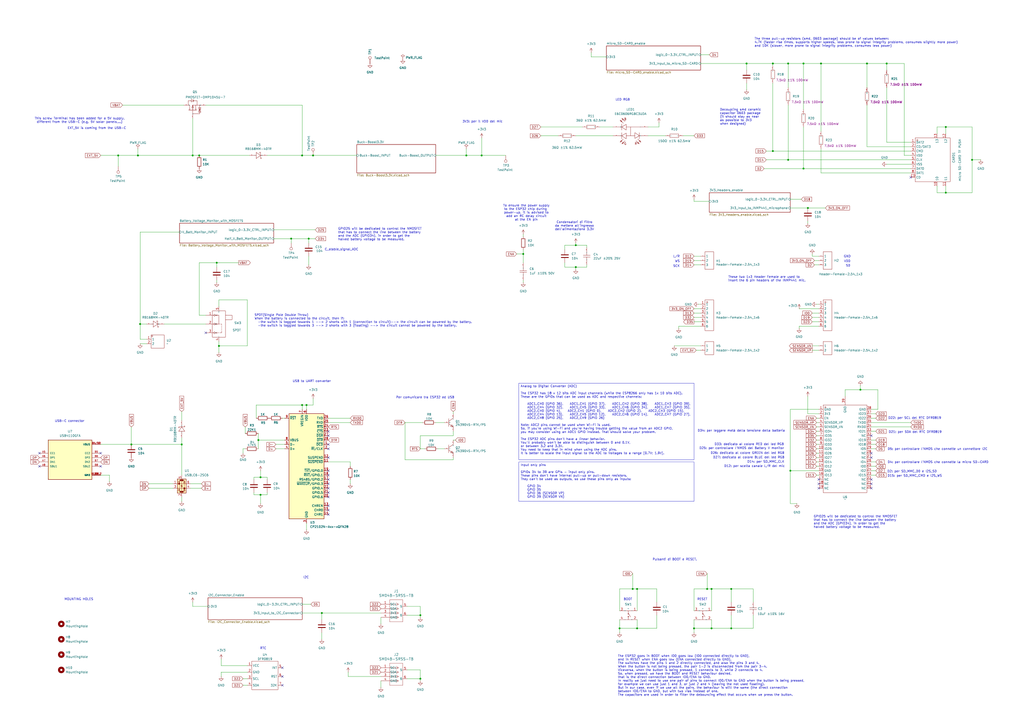
<source format=kicad_sch>
(kicad_sch (version 20250114) (generator "eeschema") (generator_version "9.0")
  (paper "A2")
  (lib_symbols
    (symbol "+3V3_1" (power) (pin_numbers (hide yes)) (pin_names (offset 0) (hide yes))
      (property "Value" "+3V3" (at 0 3.556 0))
      (symbol "+3V3_1_1_1"
        (pin power_in line (at 0 0 90) (length 0) (name "~") (number "1"))
      )
    )
    (symbol "CL10A105KB8NNNC_1"
      (property "Reference" "C" (at 0 3.302 0))
      (symbol "CL10A105KB8NNNC_1_1_0"
        (pin passive line (at -5.08 0 0) (length 2.54) (name "1") (number "1"))
        (pin passive line (at 5.08 0 180) (length 2.54) (name "2") (number "2"))
      )
    )
    (symbol "CL21A226MAQNNNE_1"
      (property "Reference" "C" (at 0 3.556 0))
      (symbol "CL21A226MAQNNNE_1_1_0"
        (pin passive line (at -5.08 0 0) (length 2.54) (name "1") (number "1"))
        (pin passive line (at 5.08 0 180) (length 2.54) (name "2") (number "2"))
      )
    )
    (symbol "Connector:TestPoint" (pin_numbers (hide yes)) (pin_names (offset 0.762) (hide yes))
      (property "Reference" "TP" (at 0 6.858 0))
      (property "Value" "TestPoint" (at 0 5.08 0))
      (symbol "TestPoint_1_1"
        (pin passive line (at 0 0 90) (length 2.54) (name "1") (number "1"))
      )
    )
    (symbol "Device:C" (pin_numbers (hide yes)) (pin_names (offset 0.254))
      (property "Reference" "C" (at 0.635 2.54 0))
      (property "Value" "C" (at 0.635 -2.54 0))
      (symbol "C_1_1"
        (pin passive line (at 0 3.81 270) (length 2.794) (name "~") (number "1"))
        (pin passive line (at 0 -3.81 90) (length 2.794) (name "~") (number "2"))
      )
    )
    (symbol "Device:R" (pin_numbers (hide yes)) (pin_names (offset 0))
      (property "Reference" "R" (at 2.032 0 90))
      (property "Value" "R" (at 0 0 90))
      (symbol "R_1_1"
        (pin passive line (at 0 3.81 270) (length 1.27) (name "~") (number "1"))
        (pin passive line (at 0 -3.81 90) (length 1.27) (name "~") (number "2"))
      )
    )
    (symbol "GND_1" (power) (pin_numbers (hide yes)) (pin_names (offset 0) (hide yes))
      (property "Value" "GND" (at 0 -3.81 0))
      (symbol "GND_1_1_1"
        (pin power_in line (at 0 0 270) (length 0) (name "~") (number "1"))
      )
    )
    (symbol "Header-Female-2.54_1x2_1"
      (property "Reference" "P" (at 0.508 5.08 0))
      (symbol "Header-Female-2.54_1x2_1_1_0"
        (pin passive line (at -3.81 1.27 0) (length 2.54) (name "1") (number "1"))
        (pin passive line (at -3.81 -1.27 0) (length 2.54) (name "2") (number "2"))
      )
    )
    (symbol "Header-Female-2.54_1x6_1"
      (property "Reference" "P" (at 0.254 10.414 0))
      (symbol "Header-Female-2.54_1x6_1_1_0"
        (pin passive line (at -5.08 6.35 0) (length 2.54) (name "1") (number "1"))
        (pin passive line (at -5.08 3.81 0) (length 2.54) (name "2") (number "2"))
        (pin passive line (at -5.08 1.27 0) (length 2.54) (name "3") (number "3"))
        (pin passive line (at -5.08 -1.27 0) (length 2.54) (name "4") (number "4"))
        (pin passive line (at -5.08 -3.81 0) (length 2.54) (name "5") (number "5"))
        (pin passive line (at -5.08 -6.35 0) (length 2.54) (name "6") (number "6"))
      )
    )
    (symbol "Interface_USB:CP2102N-Axx-xQFN28"
      (property "Reference" "U" (at -8.89 31.75 0))
      (property "Value" "CP2102N-Axx-xQFN28" (at 12.7 31.75 0))
      (symbol "CP2102N-Axx-xQFN28_1_1"
        (pin input line (at -12.7 27.94 0) (length 2.54) (name "~{RST}") (number "9"))
        (pin input line (at -12.7 15.24 0) (length 2.54) (name "VBUS") (number "8"))
        (pin bidirectional line (at -12.7 12.7 0) (length 2.54) (name "D-") (number "5"))
        (pin bidirectional line (at -12.7 10.16 0) (length 2.54) (name "D+") (number "4"))
        (pin no_connect line (at -10.16 -27.94 0) (length 2.54) (hide yes) (name "NC") (number "10"))
        (pin power_in line (at -2.54 33.02 270) (length 2.54) (name "VREGIN") (number "7"))
        (pin power_in line (at 0 33.02 270) (length 2.54) (name "VDD") (number "6"))
        (pin passive line (at 0 -33.02 90) (length 2.54) (hide yes) (name "GND") (number "29"))
        (pin power_in line (at 0 -33.02 90) (length 2.54) (name "GND") (number "3"))
        (pin output line (at 12.7 27.94 180) (length 2.54) (name "TXD") (number "26"))
        (pin input line (at 12.7 25.4 180) (length 2.54) (name "RXD") (number "25"))
        (pin output line (at 12.7 22.86 180) (length 2.54) (name "~{RTS}") (number "24"))
        (pin input line (at 12.7 20.32 180) (length 2.54) (name "~{CTS}") (number "23"))
        (pin input line (at 12.7 17.78 180) (length 2.54) (name "~{DSR}") (number "27"))
        (pin output line (at 12.7 15.24 180) (length 2.54) (name "~{DTR}") (number "28"))
        (pin input line (at 12.7 12.7 180) (length 2.54) (name "~{DCD}") (number "1"))
        (pin bidirectional line (at 12.7 10.16 180) (length 2.54) (name "~{RI}/CLK") (number "2"))
        (pin output line (at 12.7 5.08 180) (length 2.54) (name "SUSPEND") (number "12"))
        (pin output line (at 12.7 2.54 180) (length 2.54) (name "~{SUSPEND}") (number "11"))
        (pin bidirectional line (at 12.7 -2.54 180) (length 2.54) (name "~{TXT}/GPIO.0") (number "19"))
        (pin bidirectional line (at 12.7 -5.08 180) (length 2.54) (name "~{RXT}/GPIO.1") (number "18"))
        (pin bidirectional line (at 12.7 -7.62 180) (length 2.54) (name "RS485/GPIO.2") (number "17"))
        (pin bidirectional line (at 12.7 -10.16 180) (length 2.54) (name "~{WAKEUP}/GPIO.3") (number "16"))
        (pin bidirectional line (at 12.7 -12.7 180) (length 2.54) (name "GPIO.4") (number "22"))
        (pin bidirectional line (at 12.7 -15.24 180) (length 2.54) (name "GPIO.5") (number "21"))
        (pin bidirectional line (at 12.7 -17.78 180) (length 2.54) (name "GPIO.6") (number "20"))
        (pin output line (at 12.7 -22.86 180) (length 2.54) (name "CHREN") (number "13"))
        (pin output line (at 12.7 -25.4 180) (length 2.54) (name "CHR0") (number "15"))
        (pin output line (at 12.7 -27.94 180) (length 2.54) (name "CHR1") (number "14"))
      )
    )
    (symbol "Mechanical:MountingHole" (pin_names (offset 1.016)) (in_bom no)
      (property "Reference" "H" (at 0 5.08 0))
      (property "Value" "MountingHole" (at 0 3.175 0))
    )
    (symbol "My_Personal_Symbols_Library:0402WGF1002TCE"
      (property "Reference" "R" (at 0 2.54 0))
      (symbol "0402WGF1002TCE_1_0"
        (pin input line (at -5.08 0 0) (length 2.54) (name "1") (number "1"))
        (pin input line (at 5.08 0 180) (length 2.54) (name "2") (number "2"))
      )
    )
    (symbol "My_Personal_Symbols_Library:0603WAF7501T5E"
      (property "Reference" "R" (at 0 2.54 0))
      (symbol "0603WAF7501T5E_1_0"
        (pin input line (at -5.08 0 0) (length 2.54) (name "1") (number "1"))
        (pin input line (at 5.08 0 180) (length 2.54) (name "2") (number "2"))
      )
    )
    (symbol "My_Personal_Symbols_Library:2n3904S-RTK/PS_C18536"
      (property "Reference" "Q" (at -1.27 3.556 0))
      (symbol "2n3904S-RTK/PS_C18536_1_0"
        (pin input line (at -2.54 0 0) (length 2.54) (name "B") (number "2"))
        (pin input line (at 2.54 5.08 270) (length 2.54) (name "C") (number "3"))
        (pin input line (at 2.54 -5.08 90) (length 2.54) (name "E") (number "1"))
      )
    )
    (symbol "My_Personal_Symbols_Library:CL21A106KOQNNNE"
      (property "Reference" "C" (at 0 3.81 0))
      (symbol "CL21A106KOQNNNE_1_0"
        (pin input line (at -3.81 0 0) (length 2.54) (name "1") (number "1"))
        (pin input line (at 3.81 0 180) (length 2.54) (name "2") (number "2"))
      )
    )
    (symbol "My_Personal_Symbols_Library:DFR0819"
      (property "Reference" "U" (at 0 0 0))
      (symbol "DFR0819_1_1"
        (pin passive line (at -10.16 -5.08 0) (length 2.54) (name "VCC") (number "1"))
        (pin passive line (at -10.16 -8.89 0) (length 2.54) (name "GND") (number "2"))
        (pin passive line (at -10.16 -12.7 0) (length 2.54) (name "SCL") (number "3"))
        (pin passive line (at -10.16 -16.51 0) (length 2.54) (name "SDA") (number "4"))
        (pin passive line (at 10.16 -6.35 180) (length 2.54) (name "INT") (number "5"))
        (pin passive line (at 10.16 -11.43 180) (length 2.54) (name "RST") (number "6"))
        (pin passive line (at 10.16 -16.51 180) (length 2.54) (name "32K") (number "7"))
      )
    )
    (symbol "My_Personal_Symbols_Library:DMP1045U-7"
      (property "Reference" "Q" (at -3.048 4.826 0))
      (symbol "DMP1045U-7_1_0"
        (pin input line (at -7.62 0 0) (length 2.032) (name "G") (number "1"))
        (pin input line (at 0 5.08 270) (length 2.54) (name "D") (number "3"))
        (pin input line (at 0 -7.62 90) (length 2.54) (name "S") (number "2"))
      )
    )
    (symbol "My_Personal_Symbols_Library:E6C0606RGBC3UDA"
      (property "Reference" "LED" (at 0.254 4.826 0))
      (symbol "E6C0606RGBC3UDA_1_0"
        (pin passive line (at -10.16 2.54 0) (length 3.81) (name "B") (number "1"))
        (pin passive line (at -10.16 -2.54 0) (length 3.81) (name "G") (number "3"))
        (pin passive line (at 10.16 2.54 180) (length 3.81) (name "+") (number "2"))
        (pin passive line (at 10.16 -2.54 180) (length 3.81) (name "R") (number "4"))
      )
      (symbol "E6C0606RGBC3UDA_1_1"
        (text "B" (at -3.048 7.112 0) (effects (font (size 1.27 1.27))))
        (text "G" (at -3.048 -7.112 0) (effects (font (size 1.27 1.27))))
        (text "R" (at 3.048 -7.112 0) (effects (font (size 1.27 1.27))))
      )
    )
    (symbol "My_Personal_Symbols_Library:Header-Female-2.54_1x2"
      (property "Reference" "P" (at 0.508 5.08 0))
      (symbol "Header-Female-2.54_1x2_1_0"
        (pin passive line (at -3.81 1.27 0) (length 2.54) (name "1") (number "1"))
        (pin passive line (at -3.81 -1.27 0) (length 2.54) (name "2") (number "2"))
      )
    )
    (symbol "My_Personal_Symbols_Library:Header-Female-2.54_1x3"
      (property "Reference" "P" (at 1.016 6.604 0))
      (symbol "Header-Female-2.54_1x3_1_0"
        (pin input line (at -3.81 2.54 0) (length 2.54) (name "1") (number "1"))
        (pin input line (at -3.81 0 0) (length 2.54) (name "2") (number "2"))
        (pin input line (at -3.81 -2.54 0) (length 2.54) (name "3") (number "3"))
      )
    )
    (symbol "My_Personal_Symbols_Library:KMR211NGLFS"
      (property "Reference" "SW" (at 0 -4.826 0))
      (symbol "KMR211NGLFS_1_0"
        (pin passive line (at -5.08 2.54 0) (length 2.54) (name "3") (number "3"))
        (pin passive line (at -5.08 -2.54 0) (length 2.54) (name "4") (number "4"))
        (pin passive line (at 5.08 2.54 180) (length 2.54) (name "1") (number "1"))
        (pin passive line (at 5.08 -2.54 180) (length 2.54) (name "2") (number "2"))
      )
    )
    (symbol "My_Personal_Symbols_Library:RB168MM-40TR"
      (property "Reference" "D" (at 0 3.302 0))
      (symbol "RB168MM-40TR_1_0"
        (pin passive line (at -5.08 0 0) (length 2.54) (name "C") (number "1"))
        (pin passive line (at 5.08 0 180) (length 2.54) (name "A") (number "2"))
      )
    )
    (symbol "My_Personal_Symbols_Library:S2B-PH-K-S-GW"
      (property "Reference" "U" (at 1.524 5.334 0))
      (symbol "S2B-PH-K-S-GW_1_0"
        (pin passive line (at -5.08 1.27 0) (length 2.54) (name "1") (number "1"))
        (pin passive line (at -5.08 -1.27 0) (length 2.54) (name "2") (number "2"))
      )
    )
    (symbol "My_Personal_Symbols_Library:SS-12F49-G050"
      (property "Reference" "SW" (at 0.254 5.08 0))
      (symbol "SS-12F49-G050_1_0"
        (pin passive line (at -10.16 0 0) (length 2.54) (name "5") (number "5"))
        (pin passive line (at -5.08 -7.62 90) (length 5.08) (name "1") (number "1"))
        (pin passive line (at 0 -7.62 90) (length 5.08) (name "2") (number "2"))
        (pin passive line (at 5.08 -7.62 90) (length 5.08) (name "3") (number "3"))
        (pin passive line (at 10.16 0 180) (length 2.54) (name "4") (number "4"))
      )
    )
    (symbol "My_Personal_Symbols_Library:TF PUSH - micro_SD_card_slot"
      (property "Reference" "CARD" (at 0 0 0))
      (symbol "TF PUSH - micro_SD_card_slot_1_0"
        (pin bidirectional line (at -10.16 10.16 0) (length 2.54) (name "DAT2") (number "1"))
        (pin bidirectional line (at -10.16 7.62 0) (length 2.54) (name "CD/DAT3") (number "2"))
        (pin bidirectional line (at -10.16 5.08 0) (length 2.54) (name "CMD") (number "3"))
        (pin passive line (at -10.16 2.54 0) (length 2.54) (name "VDD") (number "4"))
        (pin input line (at -10.16 0 0) (length 2.54) (name "CLX") (number "5"))
        (pin power_in line (at -10.16 -2.54 0) (length 2.54) (name "VSS") (number "6"))
        (pin bidirectional line (at -10.16 -5.08 0) (length 2.54) (name "DAT0") (number "7"))
        (pin bidirectional line (at -10.16 -7.62 0) (length 2.54) (name "DAT1") (number "8"))
        (pin input line (at -10.16 -10.16 0) (length 2.54) (name "CD") (number "CD"))
        (pin power_in line (at 5.08 15.24 270) (length 2.54) (name "13") (number "13"))
        (pin power_in line (at 5.08 -15.24 90) (length 2.54) (name "10") (number "10"))
        (pin power_in line (at 10.16 15.24 270) (length 2.54) (name "12") (number "12"))
        (pin power_in line (at 10.16 -15.24 90) (length 2.54) (name "11") (number "11"))
      )
    )
    (symbol "My_Personal_Symbols_Library:WIFI-SMD_ESP32-WROVER-E-N4R8"
      (property "Reference" "U" (at -10.668 25.146 0))
      (symbol "WIFI-SMD_ESP32-WROVER-E-N4R8_1_0"
        (pin power_in line (at -15.24 20.32 0) (length 2.54) (name "GND") (number "1"))
        (pin power_in line (at -15.24 17.78 0) (length 2.54) (name "3V3") (number "2"))
        (pin input line (at -15.24 15.24 0) (length 2.54) (name "EN") (number "3"))
        (pin input line (at -15.24 12.7 0) (length 2.54) (name "SENSOR_VP") (number "4"))
        (pin input line (at -15.24 10.16 0) (length 2.54) (name "SENSOR_VN") (number "5"))
        (pin input line (at -15.24 7.62 0) (length 2.54) (name "IO34") (number "6"))
        (pin input line (at -15.24 5.08 0) (length 2.54) (name "IO35") (number "7"))
        (pin bidirectional line (at -15.24 2.54 0) (length 2.54) (name "IO32") (number "8"))
        (pin bidirectional line (at -15.24 0 0) (length 2.54) (name "IO33") (number "9"))
        (pin bidirectional line (at -15.24 -2.54 0) (length 2.54) (name "IO25") (number "10"))
        (pin bidirectional line (at -15.24 -5.08 0) (length 2.54) (name "IO26") (number "11"))
        (pin bidirectional line (at -15.24 -7.62 0) (length 2.54) (name "IO27") (number "12"))
        (pin bidirectional line (at -15.24 -10.16 0) (length 2.54) (name "IO14") (number "13"))
        (pin bidirectional line (at -15.24 -12.7 0) (length 2.54) (name "IO12") (number "14"))
        (pin power_in line (at -15.24 -15.24 0) (length 2.54) (name "GND") (number "15"))
        (pin bidirectional line (at -15.24 -17.78 0) (length 2.54) (name "IO13") (number "16"))
        (pin unspecified line (at -15.24 -20.32 0) (length 2.54) (name "NC") (number "17"))
        (pin unspecified line (at -15.24 -22.86 0) (length 2.54) (name "NC") (number "18"))
        (pin unspecified line (at -15.24 -25.4 0) (length 2.54) (name "NC") (number "19"))
        (pin power_in line (at 0 27.94 270) (length 5.08) (name "GND") (number "39"))
        (pin power_in line (at 15.24 20.32 180) (length 2.54) (name "GND") (number "38"))
        (pin bidirectional line (at 15.24 17.78 180) (length 2.54) (name "IO23") (number "37"))
        (pin bidirectional line (at 15.24 15.24 180) (length 2.54) (name "IO22") (number "36"))
        (pin bidirectional line (at 15.24 12.7 180) (length 2.54) (name "TXD0") (number "35"))
        (pin bidirectional line (at 15.24 10.16 180) (length 2.54) (name "RXD0") (number "34"))
        (pin bidirectional line (at 15.24 7.62 180) (length 2.54) (name "IO21") (number "33"))
        (pin unspecified line (at 15.24 5.08 180) (length 2.54) (name "NC") (number "32"))
        (pin bidirectional line (at 15.24 2.54 180) (length 2.54) (name "IO19") (number "31"))
        (pin bidirectional line (at 15.24 0 180) (length 2.54) (name "IO18") (number "30"))
        (pin bidirectional line (at 15.24 -2.54 180) (length 2.54) (name "IO5") (number "29"))
        (pin unspecified line (at 15.24 -5.08 180) (length 2.54) (name "NC") (number "28"))
        (pin unspecified line (at 15.24 -7.62 180) (length 2.54) (name "NC") (number "27"))
        (pin bidirectional line (at 15.24 -10.16 180) (length 2.54) (name "IO4") (number "26"))
        (pin bidirectional line (at 15.24 -12.7 180) (length 2.54) (name "IO0") (number "25"))
        (pin bidirectional line (at 15.24 -15.24 180) (length 2.54) (name "IO2") (number "24"))
        (pin bidirectional line (at 15.24 -17.78 180) (length 2.54) (name "IO15") (number "23"))
        (pin unspecified line (at 15.24 -20.32 180) (length 2.54) (name "NC") (number "22"))
        (pin unspecified line (at 15.24 -22.86 180) (length 2.54) (name "NC") (number "21"))
        (pin unspecified line (at 15.24 -25.4 180) (length 2.54) (name "NC") (number "20"))
      )
    )
    (symbol "SM04B-SRSS-TB_1" (pin_names (offset 0.254))
      (property "Reference" "J" (at 8.636 4.318 0))
      (property "Value" "SM04B-SRSS-TB" (at 1.27 -14.478 0))
      (symbol "SM04B-SRSS-TB_1_1_1"
        (pin passive line (at 0 0 0) (length 5.08) (name "SCL") (number "1"))
        (pin passive line (at 0 -2.54 0) (length 5.08) (name "SDA") (number "2"))
        (pin passive line (at 0 -5.08 0) (length 5.08) (name "3V3") (number "3"))
        (pin passive line (at 0 -7.62 0) (length 5.08) (name "GND") (number "4"))
        (pin passive line (at 15.24 -1.27 180) (length 2.54) (name "5") (number "5"))
        (pin passive line (at 15.24 -6.35 180) (length 2.54) (name "6") (number "6"))
      )
      (symbol "SM04B-SRSS-TB_1_1_2"
        (pin unspecified line (at 0 0 0) (length 5.08) (name "1") (number "1"))
        (pin unspecified line (at 0 -2.54 0) (length 5.08) (name "2") (number "2"))
        (pin unspecified line (at 0 -5.08 0) (length 5.08) (name "3") (number "3"))
        (pin unspecified line (at 0 -7.62 0) (length 5.08) (name "4") (number "4"))
      )
    )
    (symbol "USB4110GFA_1" (pin_names (offset 1.016))
      (property "Reference" "J" (at -12.7 11.43 0))
      (property "Value" "USB4110GFA" (at -12.7 -15.24 0))
      (symbol "USB4110GFA_1_0_0"
        (pin bidirectional line (at -17.78 2.54 0) (length 5.08) (name "CC1") (number "A5"))
        (pin bidirectional line (at -17.78 0 0) (length 5.08) (name "DP1") (number "A6"))
        (pin bidirectional line (at -17.78 -2.54 0) (length 5.08) (name "DN1") (number "A7"))
        (pin bidirectional line (at -17.78 -5.08 0) (length 5.08) (name "SBU1") (number "A8"))
        (pin passive line (at 17.78 7.62 180) (length 5.08) (name "VBUS") (number "A4/B9"))
        (pin passive line (at 17.78 7.62 180) (length 5.08) (name "VBUS") (number "B4/A9"))
        (pin bidirectional line (at 17.78 2.54 180) (length 5.08) (name "CC2") (number "B5"))
        (pin bidirectional line (at 17.78 0 180) (length 5.08) (name "DP2") (number "B6"))
        (pin bidirectional line (at 17.78 -2.54 180) (length 5.08) (name "DN2") (number "B7"))
        (pin bidirectional line (at 17.78 -5.08 180) (length 5.08) (name "SBU2") (number "B8"))
        (pin passive line (at 17.78 -10.16 180) (length 5.08) (name "GND") (number "A1/B12"))
        (pin passive line (at 17.78 -10.16 180) (length 5.08) (name "GND") (number "B1/A12"))
        (pin passive line (at 17.78 -10.16 180) (length 5.08) (name "GND") (number "S1"))
        (pin passive line (at 17.78 -10.16 180) (length 5.08) (name "GND") (number "S2"))
        (pin passive line (at 17.78 -10.16 180) (length 5.08) (name "GND") (number "S3"))
        (pin passive line (at 17.78 -10.16 180) (length 5.08) (name "GND") (number "S4"))
      )
    )
    (symbol "USBLC6-2SC6_1" (pin_names (hide yes))
      (property "Reference" "U" (at 0.635 5.715 0))
      (property "Value" "USBLC6-2SC6" (at 0.635 3.81 0))
      (symbol "USBLC6-2SC6_1_1_1"
        (pin passive line (at -5.08 0 0) (length 2.54) (name "I/O1") (number "1"))
        (pin passive line (at -5.08 -2.54 0) (length 2.54) (name "I/O2") (number "3"))
        (pin passive line (at 0 5.08 270) (length 2.54) (name "VBUS") (number "5"))
        (pin passive line (at 0 -7.62 90) (length 2.54) (name "GND") (number "2"))
        (pin passive line (at 5.08 0 180) (length 2.54) (name "I/O1") (number "6"))
        (pin passive line (at 5.08 -2.54 180) (length 2.54) (name "I/O2") (number "4"))
      )
    )
    (symbol "power:+3V3" (power) (pin_numbers (hide yes)) (pin_names (offset 0) (hide yes))
      (property "Value" "+3V3" (at 0 3.556 0))
      (symbol "+3V3_1_1"
        (pin power_in line (at 0 0 90) (length 0) (name "~") (number "1"))
      )
    )
    (symbol "power:PWR_FLAG" (power) (pin_numbers (hide yes)) (pin_names (offset 0) (hide yes))
      (property "Value" "PWR_FLAG" (at 0 3.81 0))
      (symbol "PWR_FLAG_0_0"
        (pin power_out line (at 0 0 90) (length 0) (name "pwr") (number "1"))
      )
    )
  )
  (text "VDD" (at 491.49 151.638 0) (effects (font (size 1.27 1.27))))
  (text "D14: per SD_MMC_CLK" (at 444.246 267.97 0) (effects (font (size 1.27 1.27))))
  (text "3V3: per il VDD del mic" (at 279.908 70.612 0) (effects (font (size 1.27 1.27))))
  (text "GPIO25 will be dedicated to control the NMOSFET\nthat has to connect the line between the battery \nand the ADC (GPIO34), in order to get the \nhalved battery voltage to be measured." (at 471.932 302.768 0) (effects (font (size 1.27 1.27)) (justify left)))
  (text "This screw Terminal has been added for a 5V supply,\ndifferent from the USB-C (e.g. 5V solar panels,...)" (at 46.228 69.85 0) (effects (font (size 1.27 1.27))))
  (text "RTC" (at 152.654 376.174 0) (effects (font (size 1.27 1.27))))
  (text "D33: dedicato al colore RED del led RGB" (at 434.594 257.81 0) (effects (font (size 1.27 1.27))))
  (text "L/R" (at 392.43 148.844 0) (effects (font (size 1.27 1.27))))
  (text "GND" (at 491.49 148.844 0) (effects (font (size 1.27 1.27))))
  (text "D2: per SD_MMC_D0 e I2S_SD" (at 529.082 273.558 0) (effects (font (size 1.27 1.27))))
  (text "SCK" (at 392.43 154.432 0) (effects (font (size 1.27 1.27))))
  (text "MOUNTING HOLES" (at 45.72 347.726 0) (effects (font (size 1.27 1.27))))
  (text "Decoupling smd ceramic\ncapacitor 0603 package\n(it should stay as near \nas possible to 3V3 \nwhen designed)" (at 417.576 67.818 0) (effects (font (size 1.27 1.27)) (justify left)))
  (text "Per comunicare tra ESP32 ed USB" (at 246.634 230.632 0) (effects (font (size 1.27 1.27))))
  (text "D26: dedicato al colore GREEN del led RGB" (at 433.578 262.89 0) (effects (font (size 1.27 1.27))))
  (text "Pulsanti di BOOT e RESET." (at 391.414 324.612 0) (effects (font (size 1.27 1.27))))
  (text "The three pull-up resistors (smd, 0603 package) should be of values between:\n4.7K (faster rise times, supports higher speeds, less prone to signal integrity problems, consumes slightly more power)\nand 10K (slower, more prone to signal integrity problems, consumes less power)" (at 437.642 24.638 0) (effects (font (size 1.27 1.27)) (justify left)))
  (text "The ESP32 goes in BOOT when IO0 goes low (IO0 connected directly to GND),\nand in RESET when ENA goes low (ENA connected directly to GND).\nThe switches have the pins 1 and 2 directly connected, and also the pins 3 and 4.\nWhen the button is not being pressed, the pair 1-2 is disconnected from the pair 3-4.\nViceversa, when the button is being pressed, 1 connects to 3, while 2 connects to 4.\nSo, when pressed, we have the BOOT and RESET behaviour desired, \nthat is the direct connection between IO0/ENA to GND.\nIn reality we just need to use one pair of pins to connect IO0/ENA to GND when the button is being pressed,\nfor example we can use just 1 and 3, or just 2 and 4 (leaving the not used floating).\nBut in our case, even if we use all the pairs, the behaviour is still the same (the direct connection\nbetween IO0/ENA to GND, but with two vias instead of one.\nThe capacitors are used in order to filter the debouncing effect that occurs when we press the button." (at 358.394 391.922 0) (effects (font (size 1.27 1.27)) (justify left)))
  (text "D22: per SCL del RTC DFR0819" (at 530.606 242.57 0) (effects (font (size 1.27 1.27))))
  (text "LED RGB" (at 361.188 57.912 0) (effects (font (size 1.27 1.27))))
  (text "Condensatori di filtro\nda mettere all'ingresso\ndell'alimentazione 3.3V" (at 333.248 131.064 0) (effects (font (size 1.27 1.27))))
  (text "GPIO25 will be dedicated to control the NMOSFET\nthat has to connect the line between the battery \nand the ADC (GPIO34), in order to get the \nhalved battery voltage to be measured." (at 196.088 135.89 0) (effects (font (size 1.27 1.27)) (justify left)))
  (text "EXT_5V is coming from the USB-C" (at 56.134 74.422 0) (effects (font (size 1.27 1.27))))
  (text "D5: per controllare l'NMOS che connette un connettore I2C" (at 514.858 260.604 0) (effects (font (size 1.27 1.27)) (justify left)))
  (text "D12: per scelta canale L/R del mic" (at 437.642 270.51 0) (effects (font (size 1.27 1.27))))
  (text "SD" (at 491.998 154.178 0) (effects (font (size 1.27 1.27))))
  (text "USB to UART converter" (at 180.848 221.234 0) (effects (font (size 1.27 1.27))))
  (text "RESET" (at 407.416 347.726 0) (effects (font (size 1.27 1.27))))
  (text "D25: per controllare l'NMOS del Battery V monitor" (at 405.638 260.096 0) (effects (font (size 1.27 1.27)) (justify left)))
  (text "D27: dedicato al colore BLUE del led RGB" (at 434.34 265.43 0) (effects (font (size 1.27 1.27))))
  (text "To ensure the power supply\nto the ESP32 chip during \npower-up, it is advised to\nadd an RC delay circuit\nat the EN pin" (at 305.308 123.444 0) (effects (font (size 1.27 1.27))))
  (text "D15: per SD_MMC_CMD e I2S_WS" (at 530.606 276.098 0) (effects (font (size 1.27 1.27))))
  (text "SPDT(Single Pole Double Throw)\nWhen the battery is connected to the circuit, then if:\n  -the switch is toggled towards 1 --> 2 shorts with 1 (connection to circuit)--> the circuit can be powered by the battery.\n  -the switch is toggled towards 3 --> 2 shorts with 3 (floating) --> the circuit cannot be powered by the battery.\n" (at 147.574 185.928 0) (effects (font (size 1.27 1.27)) (justify left)))
  (text "I2C" (at 177.546 335.026 0) (effects (font (size 1.27 1.27))))
  (text "USB-C connector" (at 40.386 244.348 0) (effects (font (size 1.27 1.27))))
  (text "D21: per SDA del RTC DFR0819" (at 530.86 250.698 0) (effects (font (size 1.27 1.27))))
  (text "These two 1x3 Header Female are used to\ninsert the 6 pin headers of the INMP441 mic." (at 422.402 161.798 0) (effects (font (size 1.27 1.27)) (justify left)))
  (text "C_stable_signal_ADC" (at 198.12 144.78 0) (effects (font (size 1.27 1.27))))
  (text "WS" (at 392.938 151.638 0) (effects (font (size 1.27 1.27))))
  (text "BOOT" (at 364.236 347.726 0) (effects (font (size 1.27 1.27))))
  (text "D34: per leggere metà della tensione della batteria" (at 404.622 249.936 0) (effects (font (size 1.27 1.27)) (justify left)))
  (text "D4: per controllare l'NMOS che connette la micro SD-CARD" (at 514.858 268.224 0) (effects (font (size 1.27 1.27)) (justify left)))
  (text_box "Input only pins\n\nGPIOs 34 to 39 are GPIs - input only pins. \nThese pins don't have internal pull-up or pull-down resistors. \nThey can't be used as outputs, so use these pins only as inputs:\n\n    GPIO 34\n    GPIO 35\n    GPIO 36 (SENSOR VP)\n    GPIO 39 (SENSOR VN)\n" (at 300.99 267.97 0) (size 101.6 22.86) (margins 0.9525 0.9525 0.9525 0.9525) (effects (font (size 1.27 1.27)) (justify left top)))
  (text_box "Analog to Digital Converter (ADC)\n\nThe ESP32 has 18 x 12 bits ADC input channels (while the ESP8266 only has 1x 10 bits ADC). \nThese are the GPIOs that can be used as ADC and respective channels:\n\n    ADC1_CH0 (GPIO 36),    ADC1_CH1 (GPIO 37),    ADC1_CH2 (GPIO 38),    ADC1_CH3 (GPIO 39),\n    ADC1_CH4 (GPIO 32),    ADC1_CH5 (GPIO 33),    ADC1_CH6 (GPIO 34),    ADC1_CH7 (GPIO 35),\n    ADC2_CH0 (GPIO 4),    ADC2_CH1 (GPIO 0),    ADC2_CH2 (GPIO 2),    ADC2_CH3 (GPIO 15),\n    ADC2_CH4 (GPIO 13),    ADC2_CH5 (GPIO 12),    ADC2_CH6 (GPIO 14),    ADC2_CH7 (GPIO 27),\n    ADC2_CH8 (GPIO 25),    ADC2_CH9 (GPIO 26)\n\nNote: ADC2 pins cannot be used when Wi-Fi is used. \nSo, if you're using Wi-Fi and you're having trouble getting the value from an ADC2 GPIO, \nyou may consider using an ADC1 GPIO instead. That should solve your problem.\n\nThe ESP32 ADC pins don't have a linear behavior. \nYou'll probably won't be able to distinguish between 0 and 0.1V, \nor between 3.2 and 3.3V. \nYou need to keep that in mind when using the ADC pins.\nIt is better to scale the input signal to the ADC to Voltages to a range [0.7V; 1.9V]." (at 300.99 222.25 0) (size 101.6 44.45) (margins 0.9525 0.9525 0.9525 0.9525) (effects (font (size 1.27 1.27)) (justify left top)))
  (junction (at 149.86 255.27))
  (junction (at 303.53 147.32))
  (junction (at 369.57 364.49))
  (junction (at 433.07 36.83))
  (junction (at 466.09 36.83))
  (junction (at 175.26 234.95))
  (junction (at 466.09 97.79))
  (junction (at 402.59 364.49))
  (junction (at 458.47 273.05))
  (junction (at 448.31 36.83))
  (junction (at 369.57 341.63))
  (junction (at 81.28 187.96))
  (junction (at 448.31 87.63))
  (junction (at 179.07 138.43))
  (junction (at 151.13 287.02))
  (junction (at 334.01 142.24))
  (junction (at 410.21 341.63))
  (junction (at 548.64 73.66))
  (junction (at 502.92 36.83))
  (junction (at 125.73 152.4))
  (junction (at 412.75 364.49))
  (junction (at 127 200.66))
  (junction (at 563.88 92.71))
  (junction (at 115.57 90.17))
  (junction (at 412.75 341.63))
  (junction (at 270.51 90.17))
  (junction (at 367.03 341.63))
  (junction (at 111.76 90.17))
  (junction (at 476.25 36.83))
  (junction (at 175.26 90.17))
  (junction (at 514.35 36.83))
  (junction (at 151.13 276.86))
  (junction (at 548.64 111.76))
  (junction (at 424.18 341.63))
  (junction (at 181.61 90.17))
  (junction (at 80.01 90.17))
  (junction (at 499.11 226.06))
  (junction (at 468.63 120.65))
  (junction (at 243.84 356.87))
  (junction (at 424.18 364.49))
  (junction (at 68.58 90.17))
  (junction (at 279.4 90.17))
  (junction (at 168.91 138.43))
  (junction (at 177.8 234.95))
  (junction (at 334.01 154.94))
  (junction (at 105.41 257.81))
  (junction (at 186.69 355.6))
  (junction (at 457.2 92.71))
  (junction (at 76.2 257.81))
  (junction (at 457.2 36.83))
  (junction (at 243.84 393.7))
  (junction (at 359.41 364.49))
  (no_connect (at 505.46 262.89))
  (no_connect (at 190.5 293.37))
  (no_connect (at 190.5 252.73))
  (no_connect (at 190.5 273.05))
  (no_connect (at 528.32 102.87))
  (no_connect (at 190.5 280.67))
  (no_connect (at 22.86 262.89))
  (no_connect (at 190.5 250.19))
  (no_connect (at 22.86 270.51))
  (no_connect (at 190.5 260.35))
  (no_connect (at 58.42 262.89))
  (no_connect (at 474.98 283.21))
  (no_connect (at 190.5 283.21))
  (no_connect (at 163.83 392.43))
  (no_connect (at 505.46 265.43))
  (no_connect (at 58.42 270.51))
  (no_connect (at 190.5 265.43))
  (no_connect (at 190.5 278.13))
  (no_connect (at 505.46 252.73))
  (no_connect (at 190.5 298.45))
  (no_connect (at 505.46 278.13))
  (no_connect (at 190.5 285.75))
  (no_connect (at 190.5 288.29))
  (no_connect (at 190.5 275.59))
  (no_connect (at 163.83 387.35))
  (no_connect (at 163.83 397.51))
  (no_connect (at 505.46 280.67))
  (no_connect (at 505.46 283.21))
  (no_connect (at 190.5 295.91))
  (no_connect (at 119.38 193.04))
  (no_connect (at 474.98 280.67))
  (no_connect (at 190.5 257.81))
  (no_connect (at 474.98 278.13))
  (wire (pts (xy 508 275.59) (xy 505.46 275.59)))
  (wire (pts (xy 466.09 97.79) (xy 528.32 97.79)))
  (wire (pts (xy 528.32 247.65) (xy 505.46 247.65)))
  (wire (pts (xy 508 267.97) (xy 505.46 267.97)))
  (wire (pts (xy 424.18 364.49) (xy 424.18 356.87)))
  (wire (pts (xy 95.25 187.96) (xy 119.38 187.96)))
  (wire (pts (xy 548.64 73.66) (xy 563.88 73.66)))
  (wire (pts (xy 473.71 260.35) (xy 474.98 260.35)))
  (wire (pts (xy 448.31 87.63) (xy 528.32 87.63)))
  (wire (pts (xy 149.86 255.27) (xy 149.86 260.35)))
  (wire (pts (xy 514.35 95.25) (xy 528.32 95.25)))
  (wire (pts (xy 313.69 73.66) (xy 337.82 73.66)))
  (wire (pts (xy 252.73 245.11) (xy 257.81 245.11)))
  (wire (pts (xy 125.73 152.4) (xy 138.43 152.4)))
  (wire (pts (xy 499.11 226.06) (xy 509.27 226.06)))
  (wire (pts (xy 86.36 280.67) (xy 100.33 280.67)))
  (wire (pts (xy 186.69 355.6) (xy 220.98 355.6)))
  (wire (pts (xy 458.47 292.1) (xy 462.28 292.1)))
  (wire (pts (xy 433.07 36.83) (xy 433.07 40.64)))
  (wire (pts (xy 181.61 90.17) (xy 207.01 90.17)))
  (wire (pts (xy 149.86 255.27) (xy 165.1 255.27)))
  (wire (pts (xy 334.01 140.97) (xy 334.01 142.24)))
  (wire (pts (xy 473.71 270.51) (xy 474.98 270.51)))
  (wire (pts (xy 303.53 135.89) (xy 303.53 137.16)))
  (wire (pts (xy 201.93 392.43) (xy 220.98 392.43)))
  (wire (pts (xy 327.66 154.94) (xy 334.01 154.94)))
  (wire (pts (xy 508 257.81) (xy 505.46 257.81)))
  (wire (pts (xy 111.76 351.79) (xy 120.65 351.79)))
  (wire (pts (xy 262.89 250.19) (xy 262.89 252.73)))
  (wire (pts (xy 105.41 238.76) (xy 105.41 243.84)))
  (wire (pts (xy 128.27 382.27) (xy 128.27 386.08)))
  (wire (pts (xy 340.36 153.67) (xy 340.36 154.94)))
  (wire (pts (xy 186.69 355.6) (xy 186.69 359.41)))
  (wire (pts (xy 63.5 279.4) (xy 63.5 275.59)))
  (wire (pts (xy 473.71 245.11) (xy 474.98 245.11)))
  (wire (pts (xy 299.72 147.32) (xy 303.53 147.32)))
  (wire (pts (xy 160.02 260.35) (xy 165.1 260.35)))
  (wire (pts (xy 382.27 73.66) (xy 382.27 71.12)))
  (wire (pts (xy 543.56 107.95) (xy 543.56 111.76)))
  (wire (pts (xy 436.88 341.63) (xy 424.18 341.63)))
  (wire (pts (xy 154.94 276.86) (xy 154.94 278.13)))
  (wire (pts (xy 303.53 152.4) (xy 303.53 147.32)))
  (wire (pts (xy 402.59 364.49) (xy 402.59 367.03)))
  (wire (pts (xy 402.59 186.69) (xy 406.4 186.69)))
  (wire (pts (xy 125.73 152.4) (xy 125.73 154.94)))
  (wire (pts (xy 412.75 364.49) (xy 402.59 364.49)))
  (wire (pts (xy 466.09 36.83) (xy 476.25 36.83)))
  (wire (pts (xy 81.28 134.62) (xy 104.14 134.62)))
  (wire (pts (xy 402.59 341.63) (xy 410.21 341.63)))
  (wire (pts (xy 81.28 187.96) (xy 81.28 196.85)))
  (wire (pts (xy 448.31 36.83) (xy 448.31 38.1)))
  (wire (pts (xy 402.59 115.57) (xy 402.59 116.84)))
  (wire (pts (xy 151.13 276.86) (xy 154.94 276.86)))
  (wire (pts (xy 457.2 36.83) (xy 466.09 36.83)))
  (wire (pts (xy 402.59 151.13) (xy 406.4 151.13)))
  (wire (pts (xy 402.59 148.59) (xy 406.4 148.59)))
  (wire (pts (xy 128.27 392.43) (xy 128.27 389.89)))
  (wire (pts (xy 158.75 138.43) (xy 168.91 138.43)))
  (wire (pts (xy 58.42 275.59) (xy 63.5 275.59)))
  (wire (pts (xy 443.23 97.79) (xy 466.09 97.79)))
  (wire (pts (xy 410.21 341.63) (xy 412.75 341.63)))
  (wire (pts (xy 154.94 90.17) (xy 175.26 90.17)))
  (wire (pts (xy 262.89 266.7) (xy 262.89 265.43)))
  (wire (pts (xy 433.07 36.83) (xy 448.31 36.83)))
  (wire (pts (xy 158.75 133.35) (xy 182.88 133.35)))
  (wire (pts (xy 111.76 90.17) (xy 115.57 90.17)))
  (wire (pts (xy 105.41 254) (xy 105.41 257.81)))
  (wire (pts (xy 508 242.57) (xy 505.46 242.57)))
  (wire (pts (xy 347.98 73.66) (xy 355.6 73.66)))
  (wire (pts (xy 243.84 356.87) (xy 243.84 358.14)))
  (wire (pts (xy 68.58 90.17) (xy 80.01 90.17)))
  (wire (pts (xy 472.44 151.13) (xy 474.98 151.13)))
  (wire (pts (xy 524.51 36.83) (xy 524.51 90.17)))
  (wire (pts (xy 473.71 275.59) (xy 474.98 275.59)))
  (wire (pts (xy 403.86 203.2) (xy 406.4 203.2)))
  (wire (pts (xy 149.86 251.46) (xy 149.86 255.27)))
  (wire (pts (xy 402.59 181.61) (xy 406.4 181.61)))
  (wire (pts (xy 81.28 187.96) (xy 85.09 187.96)))
  (wire (pts (xy 473.71 255.27) (xy 474.98 255.27)))
  (wire (pts (xy 509.27 226.06) (xy 509.27 237.49)))
  (wire (pts (xy 154.94 287.02) (xy 154.94 285.75)))
  (wire (pts (xy 473.71 262.89) (xy 474.98 262.89)))
  (wire (pts (xy 359.41 341.63) (xy 367.03 341.63)))
  (wire (pts (xy 457.2 60.96) (xy 457.2 92.71)))
  (wire (pts (xy 203.2 242.57) (xy 190.5 242.57)))
  (wire (pts (xy 220.98 398.78) (xy 220.98 394.97)))
  (wire (pts (xy 186.69 370.84) (xy 186.69 367.03)))
  (wire (pts (xy 148.59 234.95) (xy 175.26 234.95)))
  (wire (pts (xy 514.35 82.55) (xy 528.32 82.55)))
  (wire (pts (xy 76.2 247.65) (xy 76.2 257.81)))
  (wire (pts (xy 406.4 36.83) (xy 433.07 36.83)))
  (wire (pts (xy 177.8 303.53) (xy 177.8 307.34)))
  (wire (pts (xy 243.84 388.62) (xy 243.84 393.7)))
  (wire (pts (xy 327.66 154.94) (xy 327.66 152.4)))
  (wire (pts (xy 476.25 86.36) (xy 476.25 100.33)))
  (wire (pts (xy 234.95 266.7) (xy 262.89 266.7)))
  (wire (pts (xy 548.64 111.76) (xy 563.88 111.76)))
  (wire (pts (xy 448.31 48.26) (xy 448.31 87.63)))
  (wire (pts (xy 473.71 250.19) (xy 474.98 250.19)))
  (wire (pts (xy 444.5 87.63) (xy 448.31 87.63)))
  (wire (pts (xy 524.51 90.17) (xy 528.32 90.17)))
  (wire (pts (xy 303.53 162.56) (xy 303.53 163.83)))
  (wire (pts (xy 473.71 242.57) (xy 474.98 242.57)))
  (wire (pts (xy 473.71 247.65) (xy 474.98 247.65)))
  (wire (pts (xy 340.36 143.51) (xy 340.36 142.24)))
  (wire (pts (xy 458.47 115.57) (xy 464.82 115.57)))
  (wire (pts (xy 234.95 245.11) (xy 234.95 266.7)))
  (wire (pts (xy 151.13 287.02) (xy 151.13 292.1)))
  (wire (pts (xy 342.9 30.48) (xy 342.9 33.02)))
  (wire (pts (xy 466.09 73.66) (xy 466.09 97.79)))
  (wire (pts (xy 142.24 251.46) (xy 142.24 247.65)))
  (wire (pts (xy 179.07 148.59) (xy 179.07 153.67)))
  (wire (pts (xy 412.75 359.41) (xy 412.75 364.49)))
  (wire (pts (xy 508 255.27) (xy 505.46 255.27)))
  (wire (pts (xy 502.92 85.09) (xy 528.32 85.09)))
  (wire (pts (xy 463.55 190.5) (xy 463.55 189.23)))
  (wire (pts (xy 175.26 355.6) (xy 186.69 355.6)))
  (wire (pts (xy 119.38 60.96) (xy 175.26 60.96)))
  (wire (pts (xy 359.41 359.41) (xy 359.41 364.49)))
  (wire (pts (xy 473.71 267.97) (xy 474.98 267.97)))
  (wire (pts (xy 375.92 73.66) (xy 382.27 73.66)))
  (wire (pts (xy 468.63 229.87) (xy 468.63 240.03)))
  (wire (pts (xy 471.17 186.69) (xy 474.98 186.69)))
  (wire (pts (xy 203.2 245.11) (xy 190.5 245.11)))
  (wire (pts (xy 457.2 92.71) (xy 528.32 92.71)))
  (wire (pts (xy 396.24 78.74) (xy 402.59 78.74)))
  (wire (pts (xy 181.61 231.14) (xy 181.61 234.95)))
  (wire (pts (xy 375.92 78.74) (xy 386.08 78.74)))
  (wire (pts (xy 58.42 90.17) (xy 68.58 90.17)))
  (wire (pts (xy 147.32 287.02) (xy 151.13 287.02)))
  (wire (pts (xy 81.28 196.85) (xy 85.09 196.85)))
  (wire (pts (xy 127 198.12) (xy 127 200.66)))
  (wire (pts (xy 476.25 36.83) (xy 502.92 36.83)))
  (wire (pts (xy 270.51 86.36) (xy 270.51 90.17)))
  (wire (pts (xy 391.16 200.66) (xy 406.4 200.66)))
  (wire (pts (xy 471.17 203.2) (xy 474.98 203.2)))
  (wire (pts (xy 147.32 287.02) (xy 147.32 285.75)))
  (wire (pts (xy 448.31 36.83) (xy 457.2 36.83)))
  (wire (pts (xy 468.63 120.65) (xy 478.79 120.65)))
  (wire (pts (xy 147.32 276.86) (xy 151.13 276.86)))
  (wire (pts (xy 234.95 245.11) (xy 245.11 245.11)))
  (wire (pts (xy 105.41 257.81) (xy 105.41 275.59)))
  (wire (pts (xy 80.01 86.36) (xy 80.01 90.17)))
  (wire (pts (xy 471.17 200.66) (xy 474.98 200.66)))
  (wire (pts (xy 264.16 255.27) (xy 262.89 255.27)))
  (wire (pts (xy 327.66 142.24) (xy 327.66 144.78)))
  (wire (pts (xy 128.27 386.08) (xy 143.51 386.08)))
  (wire (pts (xy 254 260.35) (xy 257.81 260.35)))
  (wire (pts (xy 508 260.35) (xy 505.46 260.35)))
  (wire (pts (xy 68.58 90.17) (xy 68.58 96.52)))
  (wire (pts (xy 177.8 234.95) (xy 177.8 237.49)))
  (wire (pts (xy 458.47 120.65) (xy 468.63 120.65)))
  (wire (pts (xy 543.56 111.76) (xy 548.64 111.76)))
  (wire (pts (xy 367.03 341.63) (xy 367.03 332.74)))
  (wire (pts (xy 334.01 78.74) (xy 355.6 78.74)))
  (wire (pts (xy 115.57 152.4) (xy 125.73 152.4)))
  (wire (pts (xy 115.57 182.88) (xy 115.57 152.4)))
  (wire (pts (xy 110.49 283.21) (xy 116.84 283.21)))
  (wire (pts (xy 444.5 92.71) (xy 457.2 92.71)))
  (wire (pts (xy 381 364.49) (xy 381 356.87)))
  (wire (pts (xy 179.07 138.43) (xy 182.88 138.43)))
  (wire (pts (xy 548.64 73.66) (xy 548.64 77.47)))
  (wire (pts (xy 508 240.03) (xy 505.46 240.03)))
  (wire (pts (xy 402.59 354.33) (xy 402.59 341.63)))
  (wire (pts (xy 279.4 80.01) (xy 279.4 90.17)))
  (wire (pts (xy 262.89 238.76) (xy 262.89 240.03)))
  (wire (pts (xy 115.57 90.17) (xy 144.78 90.17)))
  (wire (pts (xy 175.26 90.17) (xy 181.61 90.17)))
  (wire (pts (xy 140.97 260.35) (xy 140.97 262.89)))
  (wire (pts (xy 243.84 252.73) (xy 243.84 260.35)))
  (wire (pts (xy 476.25 100.33) (xy 528.32 100.33)))
  (wire (pts (xy 508 250.19) (xy 505.46 250.19)))
  (wire (pts (xy 168.91 138.43) (xy 179.07 138.43)))
  (wire (pts (xy 119.38 182.88) (xy 115.57 182.88)))
  (wire (pts (xy 236.22 388.62) (xy 243.84 388.62)))
  (wire (pts (xy 474.98 237.49) (xy 458.47 237.49)))
  (wire (pts (xy 490.22 229.87) (xy 490.22 226.06)))
  (wire (pts (xy 433.07 52.07) (xy 433.07 48.26)))
  (wire (pts (xy 303.53 144.78) (xy 303.53 147.32)))
  (wire (pts (xy 502.92 36.83) (xy 502.92 50.8)))
  (wire (pts (xy 424.18 341.63) (xy 424.18 349.25)))
  (wire (pts (xy 111.76 68.58) (xy 111.76 90.17)))
  (wire (pts (xy 143.51 173.99) (xy 143.51 200.66)))
  (wire (pts (xy 334.01 154.94) (xy 340.36 154.94)))
  (wire (pts (xy 147.32 276.86) (xy 147.32 278.13)))
  (wire (pts (xy 412.75 341.63) (xy 424.18 341.63)))
  (wire (pts (xy 58.42 257.81) (xy 76.2 257.81)))
  (wire (pts (xy 140.97 397.51) (xy 143.51 397.51)))
  (wire (pts (xy 125.73 162.56) (xy 125.73 163.83)))
  (wire (pts (xy 457.2 36.83) (xy 457.2 50.8)))
  (wire (pts (xy 468.63 240.03) (xy 474.98 240.03)))
  (wire (pts (xy 340.36 142.24) (xy 334.01 142.24)))
  (wire (pts (xy 502.92 60.96) (xy 502.92 85.09)))
  (wire (pts (xy 342.9 33.02) (xy 351.79 33.02)))
  (wire (pts (xy 177.8 234.95) (xy 181.61 234.95)))
  (wire (pts (xy 402.59 153.67) (xy 406.4 153.67)))
  (wire (pts (xy 543.56 77.47) (xy 543.56 73.66)))
  (wire (pts (xy 463.55 179.07) (xy 474.98 179.07)))
  (wire (pts (xy 80.01 90.17) (xy 111.76 90.17)))
  (wire (pts (xy 393.7 190.5) (xy 393.7 189.23)))
  (wire (pts (xy 472.44 153.67) (xy 474.98 153.67)))
  (wire (pts (xy 514.35 50.8) (xy 514.35 82.55)))
  (wire (pts (xy 468.63 129.54) (xy 468.63 128.27)))
  (wire (pts (xy 203.2 270.51) (xy 203.2 267.97)))
  (wire (pts (xy 424.18 364.49) (xy 436.88 364.49)))
  (wire (pts (xy 127 173.99) (xy 143.51 173.99)))
  (wire (pts (xy 111.76 349.25) (xy 111.76 351.79)))
  (wire (pts (xy 458.47 273.05) (xy 458.47 292.1)))
  (wire (pts (xy 160.02 257.81) (xy 165.1 257.81)))
  (wire (pts (xy 563.88 111.76) (xy 563.88 92.71)))
  (wire (pts (xy 471.17 148.59) (xy 474.98 148.59)))
  (wire (pts (xy 369.57 364.49) (xy 359.41 364.49)))
  (wire (pts (xy 127 177.8) (xy 127 173.99)))
  (wire (pts (xy 473.71 176.53) (xy 474.98 176.53)))
  (wire (pts (xy 393.7 189.23) (xy 406.4 189.23)))
  (wire (pts (xy 548.64 107.95) (xy 548.64 111.76)))
  (wire (pts (xy 458.47 273.05) (xy 474.98 273.05)))
  (wire (pts (xy 203.2 278.13) (xy 203.2 280.67)))
  (wire (pts (xy 471.17 184.15) (xy 474.98 184.15)))
  (wire (pts (xy 359.41 354.33) (xy 359.41 341.63)))
  (wire (pts (xy 369.57 364.49) (xy 381 364.49)))
  (wire (pts (xy 236.22 393.7) (xy 243.84 393.7)))
  (wire (pts (xy 243.84 351.79) (xy 243.84 356.87)))
  (wire (pts (xy 163.83 242.57) (xy 165.1 242.57)))
  (wire (pts (xy 293.37 90.17) (xy 279.4 90.17)))
  (wire (pts (xy 143.51 200.66) (xy 127 200.66)))
  (wire (pts (xy 334.01 156.21) (xy 334.01 154.94)))
  (wire (pts (xy 270.51 90.17) (xy 279.4 90.17)))
  (wire (pts (xy 243.84 260.35) (xy 246.38 260.35)))
  (wire (pts (xy 367.03 341.63) (xy 369.57 341.63)))
  (wire (pts (xy 110.49 280.67) (xy 116.84 280.67)))
  (wire (pts (xy 201.93 389.89) (xy 201.93 392.43)))
  (wire (pts (xy 505.46 237.49) (xy 509.27 237.49)))
  (wire (pts (xy 76.2 257.81) (xy 105.41 257.81)))
  (wire (pts (xy 490.22 226.06) (xy 499.11 226.06)))
  (wire (pts (xy 473.71 257.81) (xy 474.98 257.81)))
  (wire (pts (xy 471.17 181.61) (xy 474.98 181.61)))
  (wire (pts (xy 179.07 138.43) (xy 179.07 140.97)))
  (wire (pts (xy 471.17 148.59) (xy 471.17 147.32)))
  (wire (pts (xy 105.41 288.29) (xy 105.41 290.83)))
  (wire (pts (xy 151.13 287.02) (xy 154.94 287.02)))
  (wire (pts (xy 405.13 176.53) (xy 406.4 176.53)))
  (wire (pts (xy 140.97 260.35) (xy 142.24 260.35)))
  (wire (pts (xy 220.98 361.95) (xy 220.98 358.14)))
  (wire (pts (xy 175.26 350.52) (xy 180.34 350.52)))
  (wire (pts (xy 402.59 359.41) (xy 402.59 364.49)))
  (wire (pts (xy 148.59 242.57) (xy 148.59 234.95)))
  (wire (pts (xy 508 270.51) (xy 505.46 270.51)))
  (wire (pts (xy 381 341.63) (xy 381 349.25)))
  (wire (pts (xy 359.41 364.49) (xy 359.41 367.03)))
  (wire (pts (xy 236.22 351.79) (xy 243.84 351.79)))
  (wire (pts (xy 410.21 341.63) (xy 410.21 332.74)))
  (wire (pts (xy 127 200.66) (xy 127 204.47)))
  (wire (pts (xy 369.57 359.41) (xy 369.57 364.49)))
  (wire (pts (xy 81.28 199.39) (xy 85.09 199.39)))
  (wire (pts (xy 369.57 341.63) (xy 369.57 354.33)))
  (wire (pts (xy 476.25 36.83) (xy 476.25 76.2)))
  (wire (pts (xy 463.55 189.23) (xy 474.98 189.23)))
  (wire (pts (xy 313.69 78.74) (xy 323.85 78.74)))
  (wire (pts (xy 514.35 36.83) (xy 514.35 40.64)))
  (wire (pts (xy 262.89 252.73) (xy 243.84 252.73)))
  (wire (pts (xy 473.71 265.43) (xy 474.98 265.43)))
  (wire (pts (xy 402.59 184.15) (xy 406.4 184.15)))
  (wire (pts (xy 81.28 134.62) (xy 81.28 187.96)))
  (wire (pts (xy 499.11 223.52) (xy 499.11 226.06)))
  (wire (pts (xy 175.26 234.95) (xy 175.26 237.49)))
  (wire (pts (xy 412.75 341.63) (xy 412.75 354.33)))
  (wire (pts (xy 327.66 142.24) (xy 334.01 142.24)))
  (wire (pts (xy 402.59 116.84) (xy 411.48 116.84)))
  (wire (pts (xy 402.59 179.07) (xy 406.4 179.07)))
  (wire (pts (xy 543.56 73.66) (xy 548.64 73.66)))
  (wire (pts (xy 175.26 60.96) (xy 175.26 90.17)))
  (wire (pts (xy 236.22 356.87) (xy 243.84 356.87)))
  (wire (pts (xy 502.92 36.83) (xy 514.35 36.83)))
  (wire (pts (xy 243.84 393.7) (xy 243.84 394.97)))
  (wire (pts (xy 563.88 92.71) (xy 568.96 92.71)))
  (wire (pts (xy 412.75 364.49) (xy 424.18 364.49)))
  (wire (pts (xy 458.47 237.49) (xy 458.47 273.05)))
  (wire (pts (xy 71.12 60.96) (xy 106.68 60.96)))
  (wire (pts (xy 86.36 283.21) (xy 100.33 283.21)))
  (wire (pts (xy 151.13 273.05) (xy 151.13 276.86)))
  (wire (pts (xy 466.09 36.83) (xy 466.09 63.5)))
  (wire (pts (xy 252.73 90.17) (xy 270.51 90.17)))
  (wire (pts (xy 140.97 393.7) (xy 143.51 393.7)))
  (wire (pts (xy 175.26 234.95) (xy 177.8 234.95)))
  (wire (pts (xy 514.35 36.83) (xy 524.51 36.83)))
  (wire (pts (xy 369.57 341.63) (xy 381 341.63)))
  (wire (pts (xy 406.4 31.75) (xy 411.48 31.75)))
  (wire (pts (xy 473.71 252.73) (xy 474.98 252.73)))
  (wire (pts (xy 528.32 245.11) (xy 505.46 245.11)))
  (wire (pts (xy 436.88 356.87) (xy 436.88 364.49)))
  (wire (pts (xy 508 273.05) (xy 505.46 273.05)))
  (wire (pts (xy 128.27 389.89) (xy 143.51 389.89)))
  (wire (pts (xy 168.91 138.43) (xy 168.91 140.97)))
  (wire (pts (xy 190.5 267.97) (xy 203.2 267.97)))
  (wire (pts (xy 563.88 73.66) (xy 563.88 92.71)))
  (wire (pts (xy 436.88 349.25) (xy 436.88 341.63)))
  (global_label "D4" (shape input) (at 411.48 31.75 0) (property "Intersheetrefs" "${INTERSHEET_REFS}" (effects (hide yes))))
  (global_label "D+" (shape input) (at 160.02 260.35 180) (property "Intersheetrefs" "${INTERSHEET_REFS}" (effects (hide yes))))
  (global_label "RTS" (shape input) (at 243.84 260.35 180) (property "Intersheetrefs" "${INTERSHEET_REFS}" (effects (hide yes))))
  (global_label "D12" (shape input) (at 402.59 148.59 180) (property "Intersheetrefs" "${INTERSHEET_REFS}" (effects (hide yes))))
  (global_label "D2" (shape input) (at 472.44 153.67 180) (property "Intersheetrefs" "${INTERSHEET_REFS}" (effects (hide yes))))
  (global_label "D35" (shape input) (at 473.71 252.73 180) (property "Intersheetrefs" "${INTERSHEET_REFS}" (effects (hide yes))))
  (global_label "ENA" (shape input) (at 262.89 238.76 90) (property "Intersheetrefs" "${INTERSHEET_REFS}" (effects (hide yes))))
  (global_label "IO0" (shape input) (at 471.17 181.61 180) (property "Intersheetrefs" "${INTERSHEET_REFS}" (effects (hide yes))))
  (global_label "D19" (shape input) (at 508 255.27 0) (property "Intersheetrefs" "${INTERSHEET_REFS}" (effects (hide yes))))
  (global_label "D21" (shape input) (at 140.97 397.51 180) (property "Intersheetrefs" "${INTERSHEET_REFS}" (effects (hide yes))))
  (global_label "D21" (shape input) (at 220.98 389.89 180) (property "Intersheetrefs" "${INTERSHEET_REFS}" (effects (hide yes))))
  (global_label "IO0" (shape input) (at 264.16 255.27 0) (property "Intersheetrefs" "${INTERSHEET_REFS}" (effects (hide yes))))
  (global_label "DP" (shape input) (at 22.86 265.43 180) (property "Intersheetrefs" "${INTERSHEET_REFS}" (effects (hide yes))))
  (global_label "3V3_ON_OFF" (shape input) (at 478.79 120.65 0) (property "Intersheetrefs" "${INTERSHEET_REFS}" (effects (hide yes))))
  (global_label "D22" (shape input) (at 508 242.57 0) (property "Intersheetrefs" "${INTERSHEET_REFS}" (effects (hide yes))))
  (global_label "D18" (shape input) (at 464.82 115.57 0) (property "Intersheetrefs" "${INTERSHEET_REFS}" (effects (hide yes))))
  (global_label "SENSOR_VP" (shape output) (at 471.17 203.2 180) (property "Intersheetrefs" "${INTERSHEET_REFS}" (effects (hide yes))))
  (global_label "RXD0" (shape input) (at 528.32 247.65 0) (property "Intersheetrefs" "${INTERSHEET_REFS}" (effects (hide yes))))
  (global_label "D13" (shape input) (at 473.71 275.59 180) (property "Intersheetrefs" "${INTERSHEET_REFS}" (effects (hide yes))))
  (global_label "D14" (shape input) (at 402.59 153.67 180) (property "Intersheetrefs" "${INTERSHEET_REFS}" (effects (hide yes))))
  (global_label "DN" (shape input) (at 58.42 267.97 0) (property "Intersheetrefs" "${INTERSHEET_REFS}" (effects (hide yes))))
  (global_label "D32" (shape input) (at 473.71 255.27 180) (property "Intersheetrefs" "${INTERSHEET_REFS}" (effects (hide yes))))
  (global_label "D5" (shape input) (at 180.34 350.52 0) (property "Intersheetrefs" "${INTERSHEET_REFS}" (effects (hide yes))))
  (global_label "VBAT" (shape output) (at 138.43 152.4 0) (property "Intersheetrefs" "${INTERSHEET_REFS}" (effects (hide yes))))
  (global_label "D13" (shape input) (at 402.59 181.61 180) (property "Intersheetrefs" "${INTERSHEET_REFS}" (effects (hide yes))))
  (global_label "DN" (shape input) (at 22.86 267.97 180) (property "Intersheetrefs" "${INTERSHEET_REFS}" (effects (hide yes))))
  (global_label "D15" (shape input) (at 444.5 87.63 180) (property "Intersheetrefs" "${INTERSHEET_REFS}" (effects (hide yes))))
  (global_label "IO0" (shape input) (at 367.03 332.74 180) (property "Intersheetrefs" "${INTERSHEET_REFS}" (effects (hide yes))))
  (global_label "VBAT" (shape input) (at 71.12 60.96 180) (property "Intersheetrefs" "${INTERSHEET_REFS}" (effects (hide yes))))
  (global_label "D-" (shape input) (at 116.84 280.67 0) (property "Intersheetrefs" "${INTERSHEET_REFS}" (effects (hide yes))))
  (global_label "D23" (shape input) (at 471.17 186.69 180) (property "Intersheetrefs" "${INTERSHEET_REFS}" (effects (hide yes))))
  (global_label "D34" (shape input) (at 473.71 250.19 180) (property "Intersheetrefs" "${INTERSHEET_REFS}" (effects (hide yes))))
  (global_label "SENSOR_VN" (shape input) (at 473.71 247.65 180) (property "Intersheetrefs" "${INTERSHEET_REFS}" (effects (hide yes))))
  (global_label "D4" (shape input) (at 508 267.97 0) (property "Intersheetrefs" "${INTERSHEET_REFS}" (effects (hide yes))))
  (global_label "EXT_5V" (shape input) (at 105.41 238.76 90) (property "Intersheetrefs" "${INTERSHEET_REFS}" (effects (hide yes))))
  (global_label "D21" (shape input) (at 508 250.19 0) (property "Intersheetrefs" "${INTERSHEET_REFS}" (effects (hide yes))))
  (global_label "3V3_ON_OFF" (shape input) (at 402.59 179.07 180) (property "Intersheetrefs" "${INTERSHEET_REFS}" (effects (hide yes))))
  (global_label "D25" (shape input) (at 473.71 260.35 180) (property "Intersheetrefs" "${INTERSHEET_REFS}" (effects (hide yes))))
  (global_label "D5" (shape input) (at 508 260.35 0) (property "Intersheetrefs" "${INTERSHEET_REFS}" (effects (hide yes))))
  (global_label "D15" (shape input) (at 508 275.59 0) (property "Intersheetrefs" "${INTERSHEET_REFS}" (effects (hide yes))))
  (global_label "EXT_5V" (shape input) (at 403.86 203.2 180) (property "Intersheetrefs" "${INTERSHEET_REFS}" (effects (hide yes))))
  (global_label "RXD0" (shape input) (at 203.2 242.57 0) (property "Intersheetrefs" "${INTERSHEET_REFS}" (effects (hide yes))))
  (global_label "VBUS" (shape input) (at 142.24 247.65 90) (property "Intersheetrefs" "${INTERSHEET_REFS}" (effects (hide yes))))
  (global_label "ENA" (shape input) (at 299.72 147.32 180) (property "Intersheetrefs" "${INTERSHEET_REFS}" (effects (hide yes))))
  (global_label "DN" (shape input) (at 86.36 280.67 180) (property "Intersheetrefs" "${INTERSHEET_REFS}" (effects (hide yes))))
  (global_label "D15" (shape input) (at 402.59 151.13 180) (property "Intersheetrefs" "${INTERSHEET_REFS}" (effects (hide yes))))
  (global_label "D33" (shape input) (at 402.59 78.74 0) (property "Intersheetrefs" "${INTERSHEET_REFS}" (effects (hide yes))))
  (global_label "IO0" (shape input) (at 508 270.51 0) (property "Intersheetrefs" "${INTERSHEET_REFS}" (effects (hide yes))))
  (global_label "D26" (shape input) (at 473.71 262.89 180) (property "Intersheetrefs" "${INTERSHEET_REFS}" (effects (hide yes))))
  (global_label "TXD0" (shape input) (at 528.32 245.11 0) (property "Intersheetrefs" "${INTERSHEET_REFS}" (effects (hide yes))))
  (global_label "D-" (shape input) (at 160.02 257.81 180) (property "Intersheetrefs" "${INTERSHEET_REFS}" (effects (hide yes))))
  (global_label "DTR" (shape input) (at 234.95 245.11 180) (property "Intersheetrefs" "${INTERSHEET_REFS}" (effects (hide yes))))
  (global_label "TXD0" (shape input) (at 203.2 245.11 0) (property "Intersheetrefs" "${INTERSHEET_REFS}" (effects (hide yes))))
  (global_label "D25" (shape input) (at 182.88 133.35 0) (property "Intersheetrefs" "${INTERSHEET_REFS}" (effects (hide yes))))
  (global_label "D14" (shape input) (at 444.5 92.71 180) (property "Intersheetrefs" "${INTERSHEET_REFS}" (effects (hide yes))))
  (global_label "SENSOR_VN" (shape output) (at 471.17 200.66 180) (property "Intersheetrefs" "${INTERSHEET_REFS}" (effects (hide yes))))
  (global_label "EXT_5V" (shape input) (at 58.42 90.17 180) (property "Intersheetrefs" "${INTERSHEET_REFS}" (effects (hide yes))))
  (global_label "D27" (shape input) (at 473.71 265.43 180) (property "Intersheetrefs" "${INTERSHEET_REFS}" (effects (hide yes))))
  (global_label "ENA" (shape input) (at 410.21 332.74 180) (property "Intersheetrefs" "${INTERSHEET_REFS}" (effects (hide yes))))
  (global_label "D23" (shape input) (at 508 240.03 0) (property "Intersheetrefs" "${INTERSHEET_REFS}" (effects (hide yes))))
  (global_label "DTR" (shape input) (at 190.5 255.27 0) (property "Intersheetrefs" "${INTERSHEET_REFS}" (effects (hide yes))))
  (global_label "D22" (shape input) (at 220.98 350.52 180) (property "Intersheetrefs" "${INTERSHEET_REFS}" (effects (hide yes))))
  (global_label "RTS" (shape input) (at 190.5 247.65 0) (property "Intersheetrefs" "${INTERSHEET_REFS}" (effects (hide yes))))
  (global_label "3V3_ON_OFF" (shape input) (at 472.44 151.13 180) (property "Intersheetrefs" "${INTERSHEET_REFS}" (effects (hide yes))))
  (global_label "DP" (shape input) (at 86.36 283.21 180) (property "Intersheetrefs" "${INTERSHEET_REFS}" (effects (hide yes))))
  (global_label "DP" (shape input) (at 58.42 265.43 0) (property "Intersheetrefs" "${INTERSHEET_REFS}" (effects (hide yes))))
  (global_label "D27" (shape input) (at 313.69 73.66 180) (property "Intersheetrefs" "${INTERSHEET_REFS}" (effects (hide yes))))
  (global_label "D18" (shape input) (at 508 257.81 0) (property "Intersheetrefs" "${INTERSHEET_REFS}" (effects (hide yes))))
  (global_label "D26" (shape input) (at 313.69 78.74 180) (property "Intersheetrefs" "${INTERSHEET_REFS}" (effects (hide yes))))
  (global_label "D19" (shape input) (at 471.17 184.15 180) (property "Intersheetrefs" "${INTERSHEET_REFS}" (effects (hide yes))))
  (global_label "SENSOR_VP" (shape input) (at 473.71 245.11 180) (property "Intersheetrefs" "${INTERSHEET_REFS}" (effects (hide yes))))
  (global_label "D14" (shape input) (at 473.71 267.97 180) (property "Intersheetrefs" "${INTERSHEET_REFS}" (effects (hide yes))))
  (global_label "D2" (shape input) (at 508 273.05 0) (property "Intersheetrefs" "${INTERSHEET_REFS}" (effects (hide yes))))
  (global_label "D2" (shape input) (at 443.23 97.79 180) (property "Intersheetrefs" "${INTERSHEET_REFS}" (effects (hide yes))))
  (global_label "D21" (shape input) (at 220.98 353.06 180) (property "Intersheetrefs" "${INTERSHEET_REFS}" (effects (hide yes))))
  (global_label "D33" (shape input) (at 473.71 257.81 180) (property "Intersheetrefs" "${INTERSHEET_REFS}" (effects (hide yes))))
  (global_label "D22" (shape input) (at 140.97 393.7 180) (property "Intersheetrefs" "${INTERSHEET_REFS}" (effects (hide yes))))
  (global_label "D34" (shape input) (at 182.88 138.43 0) (property "Intersheetrefs" "${INTERSHEET_REFS}" (effects (hide yes))))
  (global_label "D12" (shape input) (at 473.71 270.51 180) (property "Intersheetrefs" "${INTERSHEET_REFS}" (effects (hide yes))))
  (global_label "D32" (shape input) (at 402.59 184.15 180) (property "Intersheetrefs" "${INTERSHEET_REFS}" (effects (hide yes))))
  (global_label "D+" (shape input) (at 116.84 283.21 0) (property "Intersheetrefs" "${INTERSHEET_REFS}" (effects (hide yes))))
  (global_label "ENA" (shape input) (at 473.71 242.57 180) (property "Intersheetrefs" "${INTERSHEET_REFS}" (effects (hide yes))))
  (global_label "D35" (shape output) (at 402.59 186.69 180) (property "Intersheetrefs" "${INTERSHEET_REFS}" (effects (hide yes))))
  (global_label "D22" (shape input) (at 220.98 387.35 180) (property "Intersheetrefs" "${INTERSHEET_REFS}" (effects (hide yes))))
  (global_label "VBUS" (shape input) (at 76.2 247.65 90) (property "Intersheetrefs" "${INTERSHEET_REFS}" (effects (hide yes))))
  (symbol (lib_id "My_Personal_Symbols_Library:CL21A106KOQNNNE") (at 436.88 353.06 90) (unit 1)
    (property "Reference" "C3" (at 440.944 353.06 90))
    (property "Value" "10uF ±10% 16V" (at 447.294 356.108 90))
    (property "Footprint" "My_Personal_Footprints_Library:CAP_10uF_CL21A106KOQNNNE" (effects (hide yes)))
    (property "Datasheet" "https://atta.szlcsc.com/upload/public/pdf/source/20160218/1457707763339.pdf" (effects (hide yes)))
    (property "Description" "Capacitance: Tolerance:±10% Tolerance:±10% Voltage Rated: Temperature Coefficient:" (effects (hide yes)))
    (property "Manufacturer Part" "CL21A106KOQNNNE" (effects (hide yes)))
    (property "Manufacturer" "SAMSUNG(三星)" (effects (hide yes)))
    (property "Supplier Part" "C1713" (effects (hide yes)))
    (property "Supplier" "LCSC" (effects (hide yes)))
    (property "LCSC Part Name" "10uF ±10% 16V" (effects (hide yes)))
  )
  (symbol (lib_name "GND_1") (lib_id "power:GND") (at 177.8 307.34 0) (unit 1)
    (property "Reference" "#PWR010" (effects (hide yes)))
    (property "Value" "GND" (at 177.8 312.42 0))
    (property "Description" "Power symbol creates a global label with name \"GND\" , ground" (effects (hide yes)))
  )
  (symbol (lib_name "+3V3_1") (lib_id "power:+3V3") (at 342.9 30.48 0) (unit 1)
    (property "Reference" "#PWR032" (effects (hide yes)))
    (property "Value" "+3V3" (at 342.9 25.4 0))
    (property "Description" "Power symbol creates a global label with name \"+3V3\"" (effects (hide yes)))
  )
  (symbol (lib_name "GND_1") (lib_id "power:GND") (at 433.07 52.07 0) (unit 1)
    (property "Reference" "#PWR028" (effects (hide yes)))
    (property "Value" "GND" (at 433.07 57.15 0))
    (property "Description" "Power symbol creates a global label with name \"GND\" , ground" (effects (hide yes)))
  )
  (symbol (lib_id "My_Personal_Symbols_Library:KMR211NGLFS") (at 407.67 356.87 0) (unit 1)
    (property "Reference" "SW2" (at 407.67 350.52 0))
    (property "Value" "~" (at 407.67 353.06 0))
    (property "Footprint" "My_Personal_Footprints_Library:KMR211NGLFS" (effects (hide yes)))
    (property "Datasheet" "https://atta.szlcsc.com/upload/public/pdf/source/20211209/3EBDA2FC8F99CA5B8B2AE6B679EE7E99.pdf" (effects (hide yes)))
    (property "Description" "Circuit:SPST - normally open Actuator Style:Round Button Operating Force:120gf Mounting Style:Standing paste Contact Current:50mA Voltage Rating (DC):32V Pin Style:Gullwing Operating Temperature:-40°C~+85°C Operating Temperature:-40°C~+85°C" (effects (hide yes)))
    (property "Manufacturer Part" "KMR211NGLFS" (effects (hide yes)))
    (property "Manufacturer" "C&K" (effects (hide yes)))
    (property "Supplier Part" "C221676" (effects (hide yes)))
    (property "Supplier" "LCSC" (effects (hide yes)))
    (property "LCSC Part Name" "KMR211NGLFS" (effects (hide yes)))
  )
  (symbol (lib_name "Header-Female-2.54_1x6_1") (lib_id "My_Personal_Symbols_Library:Header-Female-2.54_1x6") (at 480.06 182.88 0) (unit 1)
    (property "Reference" "H4" (at 483.87 181.6099 0) (effects (justify left)))
    (property "Value" "Header-Female-2.54_1x6" (at 483.87 184.1499 0) (effects (justify left)))
    (property "Footprint" "My_Personal_Footprints_Library:Header-Female-2.54_1x6" (effects (hide yes)))
    (property "Datasheet" "https://atta.szlcsc.com/upload/public/pdf/source/20210301/C2718488_F4427B881E42CAA8DDB0B1C12B3A522C.pdf" (effects (hide yes)))
    (property "Description" "Holes Structure:1x6P Pitch:2.54mm Row Spacing:- Mounting Type:Straight Number of Rows:Plugin Number of Holes:6P Insulation Height:- Contact Material:- Contact Plating:-" (effects (hide yes)))
    (property "Manufacturer Part" "2.54-1*6P母" (effects (hide yes)))
    (property "Manufacturer" "BOOMELE(博穆精密)" (effects (hide yes)))
    (property "Supplier Part" "C40877" (effects (hide yes)))
    (property "Supplier" "LCSC" (effects (hide yes)))
    (property "LCSC Part Name" "间距:2.54mm 1x6P 直插" (effects (hide yes)))
  )
  (symbol (lib_id "Connector:TestPoint") (at 68.58 96.52 180) (unit 1)
    (property "Reference" "TP5" (at 70.612 102.362 0) (effects (justify left)))
    (property "Value" "TestPoint" (at 72.644 104.902 0) (effects (justify left)))
    (property "Footprint" "TestPoint:TestPoint_Pad_D1.0mm" (effects (hide yes)))
  )
  (symbol (lib_name "GND_1") (lib_id "power:GND") (at 568.96 92.71 0) (unit 1)
    (property "Reference" "#PWR027" (effects (hide yes)))
    (property "Value" "GND" (at 568.96 97.79 0))
    (property "Description" "Power symbol creates a global label with name \"GND\" , ground" (effects (hide yes)))
  )
  (symbol (lib_name "+3V3_1") (lib_id "power:+3V3") (at 279.4 80.01 0) (unit 1)
    (property "Reference" "#PWR041" (effects (hide yes)))
    (property "Value" "+3V3" (at 279.4 74.93 0))
    (property "Description" "Power symbol creates a global label with name \"+3V3\"" (effects (hide yes)))
  )
  (symbol (lib_name "GND_1") (lib_id "power:GND") (at 402.59 367.03 0) (unit 1)
    (property "Reference" "#PWR064" (effects (hide yes)))
    (property "Value" "GND" (at 402.59 372.11 0))
    (property "Description" "Power symbol creates a global label with name \"GND\" , ground" (effects (hide yes)))
  )
  (symbol (lib_id "My_Personal_Symbols_Library:Header-Female-2.54_1x2") (at 410.21 201.93 0) (unit 1)
    (property "Reference" "H5" (at 415.29 200.6599 0) (effects (justify left)))
    (property "Value" "Header-Female-2.54_1x2" (at 415.29 203.1999 0) (effects (justify left)))
    (property "Footprint" "My_Personal_Footprints_Library:Header-Female-2.54_1x2" (effects (hide yes)))
    (property "Datasheet" "https://atta.szlcsc.com/upload/public/pdf/source/20210301/C2718488_F4427B881E42CAA8DDB0B1C12B3A522C.pdf" (effects (hide yes)))
    (property "Description" "Holes Structure:1x2P Pitch:2.54mm Row Spacing:- Mounting Type:Straight Number of Rows:Plugin Number of Holes:2P Insulation Height:- Contact Material:- Contact Plating:-" (effects (hide yes)))
    (property "Manufacturer Part" "2.54-1*2P母" (effects (hide yes)))
    (property "Manufacturer" "BOOMELE(博穆精密)" (effects (hide yes)))
    (property "Supplier Part" "C49661" (effects (hide yes)))
    (property "Supplier" "LCSC" (effects (hide yes)))
    (property "LCSC Part Name" "间距:2.54mm 1x2P 直插" (effects (hide yes)))
  )
  (symbol (lib_id "My_Personal_Symbols_Library:0603WAF7501T5E") (at 502.92 55.88 90) (unit 1)
    (property "Reference" "R22" (at 505.46 55.8799 90) (effects (justify right)))
    (property "Value" "7.5kΩ" (effects (hide yes)))
    (property "Footprint" "My_Personal_Footprints_Library:0603WAF7501T5E" (effects (hide yes)))
    (property "Datasheet" "https://atta.szlcsc.com/upload/public/pdf/source/20200306/C422600_1E6D84923E4A46A82E41ADD87F860B5C.pdf" (effects (hide yes)))
    (property "Description" "Type:Thick Film Resistors Resistance:7.5kΩ Tolerance:±1% Tolerance:±1% Power(Watts): Overload Voltage (Max): Temperature Coefficient:±100ppm/°C Temperature Coefficient:±100ppm/°C Operating Temperature Range:-55°C~+155°C Operating Temperature Range:-55°C~+155°C" (effects (hide yes)))
    (property "Manufacturer Part" "0603WAF7501T5E" (effects (hide yes)))
    (property "Manufacturer" "UNI-ROYAL(厚声)" (effects (hide yes)))
    (property "Supplier Part" "C23234" (effects (hide yes)))
    (property "Supplier" "LCSC" (effects (hide yes)))
    (property "LCSC Part Name" "7.5kΩ ±1% 100mW" (at 514.096 59.182 90))
  )
  (symbol (lib_id "My_Personal_Symbols_Library:RB168MM-40TR") (at 105.41 248.92 270) (unit 1)
    (property "Reference" "D1" (at 99.314 248.92 0))
    (property "Value" "RB168MM-40TR" (at 101.6 248.92 0))
    (property "Footprint" "My_Personal_Footprints_Library:RB168MM-40TR" (effects (hide yes)))
    (property "Datasheet" "https://atta.szlcsc.com/upload/public/pdf/source/20200911/C509936_2B70D2FEE0E72B02658D34F3D27F66D8.pdf" (effects (hide yes)))
    (property "Description" "Diode Configuration:Independent Type Forward Voltage (Vf@If):600mV@1A Reverse Voltage (Vr):40V Rectified Current:1A Reverse Leakage Current (Ir):50nA@40V" (effects (hide yes)))
    (property "Manufacturer Part" "RB168MM-40TR" (effects (hide yes)))
    (property "Manufacturer" "ROHM(罗姆)" (effects (hide yes)))
    (property "Supplier Part" "C509936" (effects (hide yes)))
    (property "Supplier" "LCSC" (effects (hide yes)))
    (property "LCSC Part Name" "电压:40V 电流:1A" (effects (hide yes)))
  )
  (symbol (lib_name "GND_1") (lib_id "power:GND") (at 334.01 156.21 0) (unit 1)
    (property "Reference" "#PWR011" (effects (hide yes)))
    (property "Value" "GND" (at 334.01 161.29 0))
    (property "Description" "Power symbol creates a global label with name \"GND\" , ground" (effects (hide yes)))
  )
  (symbol (lib_name "+3V3_1") (lib_id "power:+3V3") (at 111.76 349.25 0) (unit 1)
    (property "Reference" "#PWR054" (effects (hide yes)))
    (property "Value" "+3V3" (at 111.76 344.17 0))
    (property "Description" "Power symbol creates a global label with name \"+3V3\"" (effects (hide yes)))
  )
  (symbol (lib_id "Device:C") (at 186.69 363.22 180) (unit 1)
    (property "Reference" "C16" (at 190.5 361.9499 0) (effects (justify right)))
    (property "Value" "104" (at 190.5 364.4899 0) (effects (justify right)))
    (property "Footprint" "Capacitor_SMD:C_0805_2012Metric_Pad1.18x1.45mm_HandSolder" (effects (hide yes)))
    (property "REF" "C49678" (effects (hide yes)))
  )
  (symbol (lib_id "Device:R") (at 250.19 260.35 90) (unit 1)
    (property "Reference" "R9" (at 250.19 255.6342 90))
    (property "Value" "10K" (at 250.19 258.1711 90))
    (property "Footprint" "Resistor_SMD:R_0805_2012Metric_Pad1.20x1.40mm_HandSolder" (effects (hide yes)))
    (property "REF" "C17414" (effects (hide yes)))
  )
  (symbol (lib_id "Device:R") (at 203.2 274.32 180) (unit 1)
    (property "Reference" "R7" (at 204.978 273.4853 0) (effects (justify right)))
    (property "Value" "10K" (at 204.978 276.0222 0) (effects (justify right)))
    (property "Footprint" "Resistor_SMD:R_0805_2012Metric_Pad1.20x1.40mm_HandSolder" (effects (hide yes)))
    (property "REF" "C17414" (effects (hide yes)))
  )
  (symbol (lib_id "My_Personal_Symbols_Library:0603WAF7501T5E") (at 457.2 55.88 90) (unit 1)
    (property "Reference" "R19" (at 459.74 55.8799 90) (effects (justify right)))
    (property "Value" "7.5kΩ" (effects (hide yes)))
    (property "Footprint" "My_Personal_Footprints_Library:0603WAF7501T5E" (effects (hide yes)))
    (property "Datasheet" "https://atta.szlcsc.com/upload/public/pdf/source/20200306/C422600_1E6D84923E4A46A82E41ADD87F860B5C.pdf" (effects (hide yes)))
    (property "Description" "Type:Thick Film Resistors Resistance:7.5kΩ Tolerance:±1% Tolerance:±1% Power(Watts): Overload Voltage (Max): Temperature Coefficient:±100ppm/°C Temperature Coefficient:±100ppm/°C Operating Temperature Range:-55°C~+155°C Operating Temperature Range:-55°C~+155°C" (effects (hide yes)))
    (property "Manufacturer Part" "0603WAF7501T5E" (effects (hide yes)))
    (property "Manufacturer" "UNI-ROYAL(厚声)" (effects (hide yes)))
    (property "Supplier Part" "C23234" (effects (hide yes)))
    (property "Supplier" "LCSC" (effects (hide yes)))
    (property "LCSC Part Name" "7.5kΩ ±1% 100mW" (at 468.376 59.182 90))
  )
  (symbol (lib_name "GND_1") (lib_id "power:GND") (at 63.5 279.4 0) (unit 1)
    (property "Reference" "#PWR06" (effects (hide yes)))
    (property "Value" "GND" (at 63.5 284.48 0))
    (property "Description" "Power symbol creates a global label with name \"GND\" , ground" (effects (hide yes)))
  )
  (symbol (lib_id "Connector:TestPoint") (at 214.63 36.83 0) (unit 1)
    (property "Reference" "TP1" (at 214.63 31.75 90) (effects (justify left)))
    (property "Value" "TestPoint" (at 217.17 33.655 0) (effects (justify left)))
    (property "Footprint" "TestPoint:TestPoint_Pad_D1.0mm" (effects (hide yes)))
  )
  (symbol (lib_id "Device:R") (at 160.02 242.57 270) (unit 1)
    (property "Reference" "R6" (at 160.02 245.11 90))
    (property "Value" "1K" (at 160.02 240.3911 90))
    (property "Footprint" "Resistor_SMD:R_0805_2012Metric_Pad1.20x1.40mm_HandSolder" (effects (hide yes)))
    (property "REF" "C17513" (effects (hide yes)))
  )
  (symbol (lib_name "USBLC6-2SC6_1") (lib_id "Power_Protection:USBLC6-2SC6") (at 105.41 280.67 0) (unit 1)
    (property "Reference" "U1" (at 107.0611 273.05 0) (effects (justify left)))
    (property "Value" "USBLC6-2SC6" (at 107.0611 275.59 0) (effects (justify left)))
    (property "Footprint" "Package_TO_SOT_SMD:SOT-23-6" (effects (hide yes)))
    (property "Datasheet" "https://www.st.com/resource/en/datasheet/usblc6-2.pdf" (effects (hide yes)))
    (property "Description" "Very low capacitance ESD protection diode, 2 data-line, SOT-23-6" (effects (hide yes)))
    (property "REF" "C2827654" (effects (hide yes)))
  )
  (symbol (lib_name "GND_1") (lib_id "power:GND") (at 359.41 367.03 0) (unit 1)
    (property "Reference" "#PWR062" (effects (hide yes)))
    (property "Value" "GND" (at 359.41 372.11 0))
    (property "Description" "Power symbol creates a global label with name \"GND\" , ground" (effects (hide yes)))
  )
  (symbol (lib_id "Connector:TestPoint") (at 181.61 90.17 0) (unit 1)
    (property "Reference" "TP2" (at 181.61 85.09 90) (effects (justify left)))
    (property "Value" "TestPoint" (at 179.07 87.63 90) (effects (justify left)))
    (property "Footprint" "TestPoint:TestPoint_Pad_D1.0mm" (effects (hide yes)))
  )
  (symbol (lib_name "+3V3_1") (lib_id "power:+3V3") (at 382.27 71.12 0) (unit 1)
    (property "Reference" "#PWR040" (effects (hide yes)))
    (property "Value" "+3V3" (at 382.27 66.04 0))
    (property "Description" "Power symbol creates a global label with name \"+3V3\"" (effects (hide yes)))
  )
  (symbol (lib_id "My_Personal_Symbols_Library:TF PUSH - micro_SD_card_slot") (at 538.48 92.71 0) (unit 1)
    (property "Reference" "CARD1" (at 553.212 94.488 90) (effects (justify left)))
    (property "Value" "micro SD-CARD TF PUSH" (at 556.768 105.156 90) (effects (justify left)))
    (property "Footprint" "My_Personal_Footprints_Library:TF-SMD_TF-PUSH-micro_SD_card_slot" (effects (hide yes)))
    (property "Datasheet" "https://atta.szlcsc.com/upload/public/pdf/source/20191011/C393941_0DDD896EE907FEB750D8B7B8982E2A67.pdf" (effects (hide yes)))
    (property "Description" "Card Connection Mode:Self-bouncing Card Type:MicroSD card (TF card) Connector Type:Card Slot Additional Card Detection Pins:None Supplementary Features:- Maximum Body Height:2mm Operating Temperature Range:-20°C~+90°C Operating Temperature Range:-20°C~+90°C" (effects (hide yes)))
    (property "Manufacturer Part" "TF PUSH" (effects (hide yes)))
    (property "Manufacturer" "SHOU HAN(首韩)" (effects (hide yes)))
    (property "Supplier Part" "C393941" (effects (hide yes)))
    (property "Supplier" "LCSC" (effects (hide yes)))
    (property "LCSC Part Name" "自弹式 MicroSD卡(TF卡) 卡座" (effects (hide yes)))
  )
  (symbol (lib_id "My_Personal_Symbols_Library:0603WAF7501T5E") (at 466.09 68.58 90) (unit 1)
    (property "Reference" "R20" (at 468.63 68.5799 90) (effects (justify right)))
    (property "Value" "7.5kΩ" (effects (hide yes)))
    (property "Footprint" "My_Personal_Footprints_Library:0603WAF7501T5E" (effects (hide yes)))
    (property "Datasheet" "https://atta.szlcsc.com/upload/public/pdf/source/20200306/C422600_1E6D84923E4A46A82E41ADD87F860B5C.pdf" (effects (hide yes)))
    (property "Description" "Type:Thick Film Resistors Resistance:7.5kΩ Tolerance:±1% Tolerance:±1% Power(Watts): Overload Voltage (Max): Temperature Coefficient:±100ppm/°C Temperature Coefficient:±100ppm/°C Operating Temperature Range:-55°C~+155°C Operating Temperature Range:-55°C~+155°C" (effects (hide yes)))
    (property "Manufacturer Part" "0603WAF7501T5E" (effects (hide yes)))
    (property "Manufacturer" "UNI-ROYAL(厚声)" (effects (hide yes)))
    (property "Supplier Part" "C23234" (effects (hide yes)))
    (property "Supplier" "LCSC" (effects (hide yes)))
    (property "LCSC Part Name" "7.5kΩ ±1% 100mW" (at 477.266 71.882 90))
  )
  (symbol (lib_name "CL21A226MAQNNNE_1") (lib_id "My_Personal_Symbols_Library:CL21A226MAQNNNE") (at 340.36 148.59 90) (unit 1)
    (property "Reference" "C4" (at 344.17 147.574 90) (effects (justify right)))
    (property "Value" "22uF ±20% 25V" (at 352.044 149.8601 90))
    (property "Footprint" "My_Personal_Footprints_Library:CAP_22uF_CL21A226MAQNNNE" (effects (hide yes)))
    (property "Datasheet" "https://atta.szlcsc.com/upload/public/pdf/source/20160218/1457707763339.pdf" (effects (hide yes)))
    (property "Description" "Capacitance: Tolerance:±20% Tolerance:±20% Voltage Rated: Temperature Coefficient:" (effects (hide yes)))
    (property "Manufacturer Part" "CL21A226MAQNNNE" (effects (hide yes)))
    (property "Manufacturer" "SAMSUNG(三星)" (effects (hide yes)))
    (property "Supplier Part" "C45783" (effects (hide yes)))
    (property "Supplier" "LCSC" (effects (hide yes)))
    (property "LCSC Part Name" "22uF ±20% 25V" (effects (hide yes)))
  )
  (symbol (lib_name "GND_1") (lib_id "power:GND") (at 468.63 129.54 0) (unit 1)
    (property "Reference" "#PWR036" (effects (hide yes)))
    (property "Value" "GND" (at 468.63 134.62 0))
    (property "Description" "Power symbol creates a global label with name \"GND\" , ground" (effects (hide yes)))
  )
  (symbol (lib_id "My_Personal_Symbols_Library:RB168MM-40TR") (at 149.86 90.17 180) (unit 1)
    (property "Reference" "D3" (at 149.86 84.074 0))
    (property "Value" "RB168MM-40TR" (at 149.86 86.36 0))
    (property "Footprint" "My_Personal_Footprints_Library:RB168MM-40TR" (effects (hide yes)))
    (property "Datasheet" "https://atta.szlcsc.com/upload/public/pdf/source/20200911/C509936_2B70D2FEE0E72B02658D34F3D27F66D8.pdf" (effects (hide yes)))
    (property "Description" "Diode Configuration:Independent Type Forward Voltage (Vf@If):600mV@1A Reverse Voltage (Vr):40V Rectified Current:1A Reverse Leakage Current (Ir):50nA@40V" (effects (hide yes)))
    (property "Manufacturer Part" "RB168MM-40TR" (effects (hide yes)))
    (property "Manufacturer" "ROHM(罗姆)" (effects (hide yes)))
    (property "Supplier Part" "C509936" (effects (hide yes)))
    (property "Supplier" "LCSC" (effects (hide yes)))
    (property "LCSC Part Name" "电压:40V 电流:1A" (effects (hide yes)))
  )
  (symbol (lib_name "GND_1") (lib_id "power:GND") (at 115.57 97.79 0) (unit 1)
    (property "Reference" "#PWR034" (effects (hide yes)))
    (property "Value" "GND" (at 115.57 102.87 0))
    (property "Description" "Power symbol creates a global label with name \"GND\" , ground" (effects (hide yes)))
  )
  (symbol (lib_id "Device:C") (at 424.18 353.06 0) (unit 1)
    (property "Reference" "C2" (at 428.752 351.79 0))
    (property "Value" "104" (at 429.26 354.584 0))
    (property "Footprint" "Capacitor_SMD:C_0805_2012Metric_Pad1.18x1.45mm_HandSolder" (effects (hide yes)))
    (property "REF" "C49678" (effects (hide yes)))
  )
  (symbol (lib_id "Connector:TestPoint") (at 168.91 140.97 180) (unit 1)
    (property "Reference" "TP4" (at 170.942 146.812 0) (effects (justify left)))
    (property "Value" "TestPoint" (at 172.974 149.352 0) (effects (justify left)))
    (property "Footprint" "TestPoint:TestPoint_Pad_D1.0mm" (effects (hide yes)))
  )
  (symbol (lib_id "My_Personal_Symbols_Library:RB168MM-40TR") (at 90.17 187.96 180) (unit 1)
    (property "Reference" "D2" (at 90.17 181.864 0))
    (property "Value" "RB168MM-40TR" (at 90.17 184.15 0))
    (property "Footprint" "My_Personal_Footprints_Library:RB168MM-40TR" (effects (hide yes)))
    (property "Datasheet" "https://atta.szlcsc.com/upload/public/pdf/source/20200911/C509936_2B70D2FEE0E72B02658D34F3D27F66D8.pdf" (effects (hide yes)))
    (property "Description" "Diode Configuration:Independent Type Forward Voltage (Vf@If):600mV@1A Reverse Voltage (Vr):40V Rectified Current:1A Reverse Leakage Current (Ir):50nA@40V" (effects (hide yes)))
    (property "Manufacturer Part" "RB168MM-40TR" (effects (hide yes)))
    (property "Manufacturer" "ROHM(罗姆)" (effects (hide yes)))
    (property "Supplier Part" "C509936" (effects (hide yes)))
    (property "Supplier" "LCSC" (effects (hide yes)))
    (property "LCSC Part Name" "电压:40V 电流:1A" (effects (hide yes)))
  )
  (symbol (lib_id "Device:R") (at 146.05 251.46 90) (unit 1)
    (property "Reference" "R3" (at 146.05 246.7442 90))
    (property "Value" "22K1" (at 146.05 249.2811 90))
    (property "Footprint" "Resistor_SMD:R_0805_2012Metric_Pad1.20x1.40mm_HandSolder" (effects (hide yes)))
    (property "REF" "C2930182" (effects (hide yes)))
  )
  (symbol (lib_name "GND_1") (lib_id "power:GND") (at 203.2 280.67 0) (unit 1)
    (property "Reference" "#PWR022" (effects (hide yes)))
    (property "Value" "GND" (at 203.2 285.75 0))
    (property "Description" "Power symbol creates a global label with name \"GND\" , ground" (effects (hide yes)))
  )
  (symbol (lib_name "GND_1") (lib_id "power:GND") (at 471.17 147.32 180) (unit 1)
    (property "Reference" "#PWR023" (effects (hide yes)))
    (property "Value" "GND" (at 471.17 142.24 0))
    (property "Description" "Power symbol creates a global label with name \"GND\" , ground" (effects (hide yes)))
  )
  (symbol (lib_id "Device:R") (at 115.57 93.98 180) (unit 1)
    (property "Reference" "R1" (at 117.475 92.7099 0) (effects (justify right)))
    (property "Value" "10K" (at 117.475 95.2499 0) (effects (justify right)))
    (property "Footprint" "Resistor_SMD:R_0805_2012Metric_Pad1.20x1.40mm_HandSolder" (effects (hide yes)))
    (property "REF" "C17414" (effects (hide yes)))
  )
  (symbol (lib_id "Device:C") (at 76.2 261.62 0) (unit 1)
    (property "Reference" "C5" (at 80.01 260.3499 0) (effects (justify left)))
    (property "Value" "104" (at 80.01 262.8899 0) (effects (justify left)))
    (property "Footprint" "Capacitor_SMD:C_0805_2012Metric_Pad1.18x1.45mm_HandSolder" (effects (hide yes)))
    (property "REF" "C49678" (effects (hide yes)))
  )
  (symbol (lib_id "Device:C") (at 147.32 281.94 0) (unit 1)
    (property "Reference" "C8" (at 140.589 280.9271 0) (effects (justify left)))
    (property "Value" "104" (at 140.589 283.464 0) (effects (justify left)))
    (property "Footprint" "Capacitor_SMD:C_0805_2012Metric_Pad1.18x1.45mm_HandSolder" (effects (hide yes)))
    (property "REF" "C49678" (effects (hide yes)))
  )
  (symbol (lib_id "My_Personal_Symbols_Library:0603WAF7501T5E") (at 448.31 43.18 90) (unit 1)
    (property "Reference" "R18" (at 450.85 43.1799 90) (effects (justify right)))
    (property "Value" "7.5kΩ" (effects (hide yes)))
    (property "Footprint" "My_Personal_Footprints_Library:0603WAF7501T5E" (effects (hide yes)))
    (property "Datasheet" "https://atta.szlcsc.com/upload/public/pdf/source/20200306/C422600_1E6D84923E4A46A82E41ADD87F860B5C.pdf" (effects (hide yes)))
    (property "Description" "Type:Thick Film Resistors Resistance:7.5kΩ Tolerance:±1% Tolerance:±1% Power(Watts): Overload Voltage (Max): Temperature Coefficient:±100ppm/°C Temperature Coefficient:±100ppm/°C Operating Temperature Range:-55°C~+155°C Operating Temperature Range:-55°C~+155°C" (effects (hide yes)))
    (property "Manufacturer Part" "0603WAF7501T5E" (effects (hide yes)))
    (property "Manufacturer" "UNI-ROYAL(厚声)" (effects (hide yes)))
    (property "Supplier Part" "C23234" (effects (hide yes)))
    (property "Supplier" "LCSC" (effects (hide yes)))
    (property "LCSC Part Name" "7.5kΩ ±1% 100mW" (at 459.486 46.482 90))
  )
  (symbol (lib_name "+3V3_1") (lib_id "power:+3V3") (at 468.63 229.87 0) (unit 1)
    (property "Reference" "#PWR031" (effects (hide yes)))
    (property "Value" "+3V3" (at 468.63 224.79 0))
    (property "Description" "Power symbol creates a global label with name \"+3V3\"" (effects (hide yes)))
  )
  (symbol (lib_id "My_Personal_Symbols_Library:KMR211NGLFS") (at 364.49 356.87 0) (unit 1)
    (property "Reference" "SW1" (at 364.49 350.52 0))
    (property "Value" "~" (at 364.49 353.06 0))
    (property "Footprint" "My_Personal_Footprints_Library:KMR211NGLFS" (effects (hide yes)))
    (property "Datasheet" "https://atta.szlcsc.com/upload/public/pdf/source/20211209/3EBDA2FC8F99CA5B8B2AE6B679EE7E99.pdf" (effects (hide yes)))
    (property "Description" "Circuit:SPST - normally open Actuator Style:Round Button Operating Force:120gf Mounting Style:Standing paste Contact Current:50mA Voltage Rating (DC):32V Pin Style:Gullwing Operating Temperature:-40°C~+85°C Operating Temperature:-40°C~+85°C" (effects (hide yes)))
    (property "Manufacturer Part" "KMR211NGLFS" (effects (hide yes)))
    (property "Manufacturer" "C&K" (effects (hide yes)))
    (property "Supplier Part" "C221676" (effects (hide yes)))
    (property "Supplier" "LCSC" (effects (hide yes)))
    (property "LCSC Part Name" "KMR211NGLFS" (effects (hide yes)))
  )
  (symbol (lib_name "GND_1") (lib_id "power:GND") (at 499.11 223.52 180) (unit 1)
    (property "Reference" "#PWR042" (effects (hide yes)))
    (property "Value" "GND" (at 499.11 218.44 0))
    (property "Description" "Power symbol creates a global label with name \"GND\" , ground" (effects (hide yes)))
  )
  (symbol (lib_name "GND_1") (lib_id "power:GND") (at 127 204.47 0) (unit 1)
    (property "Reference" "#PWR039" (effects (hide yes)))
    (property "Value" "GND" (at 127 209.55 0))
    (property "Description" "Power symbol creates a global label with name \"GND\" , ground" (effects (hide yes)))
  )
  (symbol (lib_id "My_Personal_Symbols_Library:0603WAF7501T5E") (at 476.25 81.28 90) (unit 1)
    (property "Reference" "R23" (at 478.79 81.2799 90) (effects (justify right)))
    (property "Value" "7.5kΩ" (effects (hide yes)))
    (property "Footprint" "My_Personal_Footprints_Library:0603WAF7501T5E" (effects (hide yes)))
    (property "Datasheet" "https://atta.szlcsc.com/upload/public/pdf/source/20200306/C422600_1E6D84923E4A46A82E41ADD87F860B5C.pdf" (effects (hide yes)))
    (property "Description" "Type:Thick Film Resistors Resistance:7.5kΩ Tolerance:±1% Tolerance:±1% Power(Watts): Overload Voltage (Max): Temperature Coefficient:±100ppm/°C Temperature Coefficient:±100ppm/°C Operating Temperature Range:-55°C~+155°C Operating Temperature Range:-55°C~+155°C" (effects (hide yes)))
    (property "Manufacturer Part" "0603WAF7501T5E" (effects (hide yes)))
    (property "Manufacturer" "UNI-ROYAL(厚声)" (effects (hide yes)))
    (property "Supplier Part" "C23234" (effects (hide yes)))
    (property "Supplier" "LCSC" (effects (hide yes)))
    (property "LCSC Part Name" "7.5kΩ ±1% 100mW" (at 487.426 84.582 90))
  )
  (symbol (lib_name "GND_1") (lib_id "power:GND") (at 514.35 95.25 270) (unit 1)
    (property "Reference" "#PWR026" (effects (hide yes)))
    (property "Value" "GND" (at 513.08 91.44 90))
    (property "Description" "Power symbol creates a global label with name \"GND\" , ground" (effects (hide yes)))
  )
  (symbol (lib_name "+3V3_1") (lib_id "power:+3V3") (at 402.59 115.57 0) (unit 1)
    (property "Reference" "#PWR020" (effects (hide yes)))
    (property "Value" "+3V3" (at 402.59 110.49 0))
    (property "Description" "Power symbol creates a global label with name \"+3V3\"" (effects (hide yes)))
  )
  (symbol (lib_name "GND_1") (lib_id "power:GND") (at 140.97 262.89 0) (unit 1)
    (property "Reference" "#PWR015" (effects (hide yes)))
    (property "Value" "GND" (at 140.97 266.7 0))
    (property "Description" "Power symbol creates a global label with name \"GND\" , ground" (effects (hide yes)))
  )
  (symbol (lib_id "My_Personal_Symbols_Library:0402WGF1002TCE") (at 391.16 78.74 0) (unit 1)
    (property "Reference" "R10" (at 391.16 74.93 0))
    (property "Value" "150Ω ±1% 62.5mW" (at 391.16 81.788 0))
    (property "Footprint" "My_Personal_Footprints_Library:RES_10K_0402WGF1002TCE" (effects (hide yes)))
    (property "Datasheet" "https://jlcpcb.com/api/file/downloadByFileSystemAccessId/8588899760644501504" (effects (hide yes)))
    (property "Description" "62.5mW Thick Film Resistors 50V ±100ppm/℃ ±1% 150Ω 0402 Chip Resistor - Surface" (effects (hide yes)))
    (property "Manufacturer Part" "RC0402FR-07150RL" (effects (hide yes)))
    (property "Manufacturer" "YAGEO " (effects (hide yes)))
    (property "Supplier Part" "C138054" (effects (hide yes)))
    (property "LCSC Part Name" "150Ω ±1% 62.5mW" (effects (hide yes)))
  )
  (symbol (lib_name "GND_1") (lib_id "power:GND") (at 233.68 34.29 0) (unit 1)
    (property "Reference" "#PWR030" (effects (hide yes)))
    (property "Value" "GND" (at 233.68 39.37 0))
    (property "Description" "Power symbol creates a global label with name \"GND\" , ground" (effects (hide yes)))
  )
  (symbol (lib_name "GND_1") (lib_id "power:GND") (at 179.07 153.67 0) (unit 1)
    (property "Reference" "#PWR035" (effects (hide yes)))
    (property "Value" "GND" (at 179.07 158.75 0))
    (property "Description" "Power symbol creates a global label with name \"GND\" , ground" (effects (hide yes)))
  )
  (symbol (lib_id "Device:R") (at 303.53 140.97 180) (unit 1)
    (property "Reference" "R2" (at 306.07 139.6999 0) (effects (justify right)))
    (property "Value" "10K" (at 306.07 142.2399 0) (effects (justify right)))
    (property "Footprint" "Resistor_SMD:R_0805_2012Metric_Pad1.20x1.40mm_HandSolder" (effects (hide yes)))
    (property "REF" "C17414" (effects (hide yes)))
  )
  (symbol (lib_name "GND_1") (lib_id "power:GND") (at 473.71 176.53 270) (unit 1)
    (property "Reference" "#PWR021" (effects (hide yes)))
    (property "Value" "GND" (at 468.884 176.53 90))
    (property "Description" "Power symbol creates a global label with name \"GND\" , ground" (effects (hide yes)))
  )
  (symbol (lib_name "+3V3_1") (lib_id "power:+3V3") (at 151.13 273.05 0) (unit 1)
    (property "Reference" "#PWR025" (effects (hide yes)))
    (property "Value" "+3V3" (at 151.13 267.97 0))
    (property "Description" "Power symbol creates a global label with name \"+3V3\"" (effects (hide yes)))
  )
  (symbol (lib_name "GND_1") (lib_id "power:GND") (at 405.13 176.53 270) (unit 1)
    (property "Reference" "#PWR070" (effects (hide yes)))
    (property "Value" "GND" (at 401.32 176.5299 90) (effects (justify right)))
    (property "Description" "Power symbol creates a global label with name \"GND\" , ground" (effects (hide yes)))
  )
  (symbol (lib_id "My_Personal_Symbols_Library:S2B-PH-K-S-GW") (at 90.17 198.12 0) (unit 1)
    (property "Reference" "U2" (at 96.52 197.4849 0) (effects (justify left)))
    (property "Value" "~" (at 96.52 199.39 0) (effects (justify left)))
    (property "Footprint" "My_Personal_Footprints_Library:CONN-TH_S2B-PH-K-S-GW" (effects (hide yes)))
    (property "Datasheet" "https://atta.szlcsc.com/upload/public/pdf/source/20181010/C265101_22107ACC4D8714694FDA2DD97145FA81.pdf" (effects (hide yes)))
    (property "Description" "Pins Structure:1x2P Pitch:2mm Mounting Style:Right-Angle Reference Series:PH Number of Pins:2P Number of Rows:1 Number of PINs Per Row:2 Row Spacing:- Current Rating (Max):2A Contact Material:Brass Contact Plating:Tin Operating Temperature Range:-25°C~+85°C" (effects (hide yes)))
    (property "Manufacturer Part" "S2B-PH-K-S-GW" (effects (hide yes)))
    (property "Manufacturer" "JST" (effects (hide yes)))
    (property "Supplier Part" "C157932" (effects (hide yes)))
    (property "Supplier" "LCSC" (effects (hide yes)))
    (property "LCSC Part Name" "1x2P 间距:2mm 弯插 系列:PH" (effects (hide yes)))
  )
  (symbol (lib_id "My_Personal_Symbols_Library:2n3904S-RTK/PS_C18536") (at 260.35 245.11 0) (unit 1)
    (property "Reference" "Q1" (at 264.16 244.4749 0) (effects (justify left)))
    (property "Value" "2N3904S-RTK/PS" (at 264.16 246.38 0) (effects (justify left)))
    (property "Footprint" "My_Personal_Footprints_Library:2n3904S-RTKPS" (effects (hide yes)))
    (property "Datasheet" "https://atta.szlcsc.com/upload/public/pdf/source/20180105/C112667_15151500846781234146.pdf" (effects (hide yes)))
    (property "Description" "type:NPN Current - Collector(Ic): Collector - Emitter Voltage VCEO:40V Pd - Power Dissipation:350mW DC Current Gain:100@10mA,1V DC Current Gain:100@10mA,1V Transition frequency(fT):300MHz Current - Collector Cutoff:- Vce Saturation(VCE(sat)):300mV Operati" (effects (hide yes)))
    (property "Manufacturer Part" "2N3904S-RTK/PS" (effects (hide yes)))
    (property "Manufacturer" "KEC" (effects (hide yes)))
    (property "Supplier Part" "C18536" (effects (hide yes)))
    (property "Supplier" "LCSC" (effects (hide yes)))
    (property "LCSC Part Name" "2N3904S-RTK/PS" (effects (hide yes)))
  )
  (symbol (lib_id "My_Personal_Symbols_Library:Header-Female-2.54_1x3") (at 478.79 151.13 0) (unit 1)
    (property "Reference" "H2" (at 483.87 151.13 0) (effects (justify left)))
    (property "Value" "Header-Female-2.54_1x3" (at 474.98 159.004 0) (effects (justify left)))
    (property "Footprint" "My_Personal_Footprints_Library:Header-Female-2.54mm_1x3" (effects (hide yes)))
    (property "Description" "Pitch:2.54mm Row Spacing:- Mounting Type:Straight Number of Rows:Plugin Number of Holes:3P Insulation Height:- Contact Material:- Contact Plating:Gold" (effects (hide yes)))
    (property "Manufacturer Part" "2.54-1*3P母" (effects (hide yes)))
    (property "Manufacturer" "BOOMELE(博穆精密)" (effects (hide yes)))
    (property "Supplier Part" "C146243" (effects (hide yes)))
    (property "Supplier" "LCSC" (effects (hide yes)))
    (property "LCSC Part Name" "间距:2.54mm 直插" (effects (hide yes)))
  )
  (symbol (lib_id "Connector:TestPoint") (at 293.37 90.17 180) (unit 1)
    (property "Reference" "TP3" (at 295.402 96.012 0) (effects (justify left)))
    (property "Value" "TestPoint" (at 297.434 98.552 0) (effects (justify left)))
    (property "Footprint" "TestPoint:TestPoint_Pad_D1.0mm" (effects (hide yes)))
  )
  (symbol (lib_id "Mechanical:MountingHole") (at 35.56 388.62 0) (unit 1) (in_bom no)
    (property "Reference" "H10" (at 38.1 387.3499 0) (effects (justify left)))
    (property "Value" "MountingHole" (at 38.1 389.8899 0) (effects (justify left)))
    (property "Footprint" "MountingHole:MountingHole_3.2mm_M3" (effects (hide yes)))
    (property "Description" "Mounting Hole without connection" (effects (hide yes)))
  )
  (symbol (lib_name "Header-Female-2.54_1x6_1") (lib_id "My_Personal_Symbols_Library:Header-Female-2.54_1x6") (at 411.48 182.88 0) (unit 1)
    (property "Reference" "H3" (at 415.29 181.6099 0) (effects (justify left)))
    (property "Value" "Header-Female-2.54_1x6" (at 415.29 184.1499 0) (effects (justify left)))
    (property "Footprint" "My_Personal_Footprints_Library:Header-Female-2.54_1x6" (effects (hide yes)))
    (property "Datasheet" "https://atta.szlcsc.com/upload/public/pdf/source/20210301/C2718488_F4427B881E42CAA8DDB0B1C12B3A522C.pdf" (effects (hide yes)))
    (property "Description" "Holes Structure:1x6P Pitch:2.54mm Row Spacing:- Mounting Type:Straight Number of Rows:Plugin Number of Holes:6P Insulation Height:- Contact Material:- Contact Plating:-" (effects (hide yes)))
    (property "Manufacturer Part" "2.54-1*6P母" (effects (hide yes)))
    (property "Manufacturer" "BOOMELE(博穆精密)" (effects (hide yes)))
    (property "Supplier Part" "C40877" (effects (hide yes)))
    (property "Supplier" "LCSC" (effects (hide yes)))
    (property "LCSC Part Name" "间距:2.54mm 1x6P 直插" (effects (hide yes)))
  )
  (symbol (lib_name "GND_1") (lib_id "power:GND") (at 393.7 190.5 0) (unit 1)
    (property "Reference" "#PWR058" (effects (hide yes)))
    (property "Value" "GND" (at 393.7 195.58 0))
    (property "Description" "Power symbol creates a global label with name \"GND\" , ground" (effects (hide yes)))
  )
  (symbol (lib_id "My_Personal_Symbols_Library:SS-12F49-G050") (at 127 187.96 270) (unit 1)
    (property "Reference" "SW3" (at 135.89 187.3249 90) (effects (justify left)))
    (property "Value" "SPDT" (at 134.874 191.516 90) (effects (justify left)))
    (property "Footprint" "My_Personal_Footprints_Library:SS-12F49-G050" (effects (hide yes)))
    (property "Datasheet" "https://atta.szlcsc.com/upload/public/pdf/source/20210810/8EE9A98137DF7BB1D8E3F63CA237DFBB.pdf" (effects (hide yes)))
    (property "Description" "Circuit:SPDT Actuator Style:Rectangular columnar Pin Style:PCPin Switch Length:12.1mm Switch Width:5.9mm Switch Height:14mm Mounting Style:Straight Actuator Color:Black Current Rating (DC):1A Voltage Rating (DC):24V Mechanical Life:1万次 Operating Temperatu" (effects (hide yes)))
    (property "Manufacturer Part" "SS-12F49-G050" (effects (hide yes)))
    (property "Manufacturer" "G-Switch(品赞)" (effects (hide yes)))
    (property "Supplier Part" "C2876010" (effects (hide yes)))
    (property "Supplier" "LCSC" (effects (hide yes)))
    (property "LCSC Part Name" "柄长5mm 直插两档 滑动开关" (effects (hide yes)))
  )
  (symbol (lib_name "GND_1") (lib_id "power:GND") (at 76.2 265.43 0) (unit 1)
    (property "Reference" "#PWR012" (effects (hide yes)))
    (property "Value" "GND" (at 76.2 270.51 0))
    (property "Description" "Power symbol creates a global label with name \"GND\" , ground" (effects (hide yes)))
  )
  (symbol (lib_id "My_Personal_Symbols_Library:E6C0606RGBC3UDA") (at 365.76 76.2 0) (unit 1)
    (property "Reference" "LED1" (at 365.76 63.5 0))
    (property "Value" "E6C0606RGBC3UDA" (at 365.76 66.04 0))
    (property "Footprint" "My_Personal_Footprints_Library:E6C0606RGBC3UDA" (effects (hide yes)))
    (property "Datasheet" "https://atta.szlcsc.com/upload/public/pdf/source/20220330/8DE12FB9881A833E867FD7AF6894B416.pdf" (effects (hide yes)))
    (property "Manufacturer Part" "E6C0606RGBC3UDA" (effects (hide yes)))
    (property "Manufacturer" "ekinglux(亿晶源)" (effects (hide yes)))
    (property "Supplier Part" "C375569" (effects (hide yes)))
    (property "Supplier" "LCSC" (effects (hide yes)))
    (property "LCSC Part Name" "RGB LED" (effects (hide yes)))
  )
  (symbol (lib_id "Device:C") (at 154.94 281.94 0) (unit 1)
    (property "Reference" "C9" (at 158.496 280.6699 0) (effects (justify left)))
    (property "Value" "104" (at 158.496 283.2099 0) (effects (justify left)))
    (property "Footprint" "Capacitor_SMD:C_0805_2012Metric_Pad1.18x1.45mm_HandSolder" (effects (hide yes)))
    (property "REF" "C49678" (effects (hide yes)))
  )
  (symbol (lib_id "Mechanical:MountingHole") (at 35.56 361.95 0) (unit 1) (in_bom no)
    (property "Reference" "H7" (at 38.1 360.6799 0) (effects (justify left)))
    (property "Value" "MountingHole" (at 38.1 363.2199 0) (effects (justify left)))
    (property "Footprint" "MountingHole:MountingHole_3.2mm_M3" (effects (hide yes)))
    (property "Description" "Mounting Hole without connection" (effects (hide yes)))
  )
  (symbol (lib_id "Mechanical:MountingHole") (at 35.56 370.84 0) (unit 1) (in_bom no)
    (property "Reference" "H8" (at 38.1 369.5699 0) (effects (justify left)))
    (property "Value" "MountingHole" (at 38.1 372.1099 0) (effects (justify left)))
    (property "Footprint" "MountingHole:MountingHole_3.2mm_M3" (effects (hide yes)))
    (property "Description" "Mounting Hole without connection" (effects (hide yes)))
  )
  (symbol (lib_name "SM04B-SRSS-TB_1") (lib_id "My_Personal_Symbols_Library:SM04B-SRSS-TB") (at 220.98 350.52 0) (unit 1)
    (property "Reference" "J1" (at 229.87 342.9 0) (effects (font (size 1.524 1.524))))
    (property "Value" "SM04B-SRSS-TB" (at 229.87 345.44 0) (effects (font (size 1.524 1.524))))
    (property "Footprint" "My_Personal_Footprints_Library:CONN_SM04B-SRSS-TB_JST" (effects (hide yes)))
    (property "Datasheet" "SM04B-SRSS-TB" (effects (hide yes)))
  )
  (symbol (lib_id "Device:R") (at 146.05 260.35 270) (unit 1)
    (property "Reference" "R4" (at 146.304 256.54 90))
    (property "Value" "47K5" (at 146.05 258.1711 90))
    (property "Footprint" "Resistor_SMD:R_0805_2012Metric_Pad1.20x1.40mm_HandSolder" (effects (hide yes)))
    (property "REF" "C245335" (effects (hide yes)))
  )
  (symbol (lib_name "GND_1") (lib_id "power:GND") (at 463.55 190.5 0) (unit 1)
    (property "Reference" "#PWR017" (effects (hide yes)))
    (property "Value" "GND" (at 463.55 195.326 0))
    (property "Description" "Power symbol creates a global label with name \"GND\" , ground" (effects (hide yes)))
  )
  (symbol (lib_name "Header-Female-2.54_1x2_1") (lib_id "My_Personal_Symbols_Library:Header-Female-2.54_1x2") (at 478.79 201.93 0) (unit 1)
    (property "Reference" "H6" (at 483.87 200.6599 0) (effects (justify left)))
    (property "Value" "Header-Female-2.54_1x2" (at 483.87 203.1999 0) (effects (justify left)))
    (property "Footprint" "My_Personal_Footprints_Library:Header-Female-2.54_1x2" (effects (hide yes)))
    (property "Datasheet" "https://atta.szlcsc.com/upload/public/pdf/source/20210301/C2718488_F4427B881E42CAA8DDB0B1C12B3A522C.pdf" (effects (hide yes)))
    (property "Description" "Holes Structure:1x2P Pitch:2.54mm Row Spacing:- Mounting Type:Straight Number of Rows:Plugin Number of Holes:2P Insulation Height:- Contact Material:- Contact Plating:-" (effects (hide yes)))
    (property "Manufacturer Part" "2.54-1*2P母" (effects (hide yes)))
    (property "Manufacturer" "BOOMELE(博穆精密)" (effects (hide yes)))
    (property "Supplier Part" "C49661" (effects (hide yes)))
    (property "Supplier" "LCSC" (effects (hide yes)))
    (property "LCSC Part Name" "间距:2.54mm 1x2P 直插" (effects (hide yes)))
  )
  (symbol (lib_name "GND_1") (lib_id "power:GND") (at 214.63 36.83 0) (unit 1)
    (property "Reference" "#PWR029" (effects (hide yes)))
    (property "Value" "GND" (at 214.63 41.91 0))
    (property "Description" "Power symbol creates a global label with name \"GND\" , ground" (effects (hide yes)))
  )
  (symbol (lib_id "power:PWR_FLAG") (at 233.68 34.29 0) (unit 1)
    (property "Reference" "#FLG04" (effects (hide yes)))
    (property "Value" "PWR_FLAG" (at 235.331 33.4538 0) (effects (justify left)))
  )
  (symbol (lib_id "power:PWR_FLAG") (at 80.01 86.36 0) (unit 1)
    (property "Reference" "#FLG03" (effects (hide yes)))
    (property "Value" "PWR_FLAG" (at 80.01 82.7842 0))
  )
  (symbol (lib_id "Device:C") (at 327.66 148.59 0) (unit 1)
    (property "Reference" "C7" (at 331.47 147.3199 0) (effects (justify left)))
    (property "Value" "104" (at 331.47 149.8599 0) (effects (justify left)))
    (property "Footprint" "Capacitor_SMD:C_0805_2012Metric_Pad1.18x1.45mm_HandSolder" (effects (hide yes)))
    (property "REF" "C49678" (effects (hide yes)))
  )
  (symbol (lib_name "GND_1") (lib_id "power:GND") (at 81.28 199.39 0) (unit 1)
    (property "Reference" "#PWR037" (effects (hide yes)))
    (property "Value" "GND" (at 81.28 204.47 0))
    (property "Description" "Power symbol creates a global label with name \"GND\" , ground" (effects (hide yes)))
  )
  (symbol (lib_id "Device:C") (at 433.07 44.45 180) (unit 1)
    (property "Reference" "C10" (at 436.88 43.1799 0) (effects (justify right)))
    (property "Value" "104" (at 436.88 45.7199 0) (effects (justify right)))
    (property "Footprint" "Capacitor_SMD:C_0805_2012Metric_Pad1.18x1.45mm_HandSolder" (effects (hide yes)))
    (property "REF" "C49678" (effects (hide yes)))
  )
  (symbol (lib_name "GND_1") (lib_id "power:GND") (at 105.41 290.83 0) (unit 1)
    (property "Reference" "#PWR061" (effects (hide yes)))
    (property "Value" "GND" (at 105.41 295.91 0))
    (property "Description" "Power symbol creates a global label with name \"GND\" , ground" (effects (hide yes)))
  )
  (symbol (lib_id "power:+3V3") (at 128.27 382.27 0) (unit 1)
    (property "Reference" "#PWR02" (effects (hide yes)))
    (property "Value" "+3V3" (at 128.27 377.19 0))
    (property "Description" "Power symbol creates a global label with name \"+3V3\"" (effects (hide yes)))
  )
  (symbol (lib_name "GND_1") (lib_id "power:GND") (at 243.84 358.14 0) (unit 1)
    (property "Reference" "#PWR071" (effects (hide yes)))
    (property "Value" "GND" (at 243.84 363.22 0))
    (property "Description" "Power symbol creates a global label with name \"GND\" , ground" (effects (hide yes)))
  )
  (symbol (lib_id "My_Personal_Symbols_Library:0402WGF1002TCE") (at 328.93 78.74 0) (unit 1)
    (property "Reference" "R12" (at 328.93 81.788 0))
    (property "Value" "36Ω ±1% 62.5mW" (at 328.93 85.598 0))
    (property "Footprint" "My_Personal_Footprints_Library:RES_10K_0402WGF1002TCE" (effects (hide yes)))
    (property "Datasheet" "https://jlcpcb.com/api/file/downloadByFileSystemAccessId/8590207561602666496" (effects (hide yes)))
    (property "Description" "62.5mW Thick Film Resistors 50V ±100ppm/℃ ±5% 36Ω 0402 Chip Resistor - Surface Mount ROHS" (effects (hide yes)))
    (property "Manufacturer Part" "FRC0402J360 TS" (effects (hide yes)))
    (property "Manufacturer" "FOJAN" (effects (hide yes)))
    (property "Supplier Part" "C2906935" (effects (hide yes)))
    (property "LCSC Part Name" "36Ω ±1% 62.5mW" (effects (hide yes)))
  )
  (symbol (lib_name "+3V3_1") (lib_id "power:+3V3") (at 463.55 179.07 0) (unit 1)
    (property "Reference" "#PWR044" (effects (hide yes)))
    (property "Value" "+3V3" (at 459.74 177.292 0))
    (property "Description" "Power symbol creates a global label with name \"+3V3\"" (effects (hide yes)))
  )
  (symbol (lib_name "GND_1") (lib_id "power:GND") (at 462.28 292.1 0) (unit 1)
    (property "Reference" "#PWR024" (effects (hide yes)))
    (property "Value" "GND" (at 462.28 297.18 0))
    (property "Description" "Power symbol creates a global label with name \"GND\" , ground" (effects (hide yes)))
  )
  (symbol (lib_name "CL10A105KB8NNNC_1") (lib_id "My_Personal_Symbols_Library:CL10A105KB8NNNC") (at 303.53 157.48 90) (unit 1)
    (property "Reference" "C6" (at 307.086 155.956 90) (effects (justify right)))
    (property "Value" "1uF ±10% 50V" (at 314.452 158.4961 90))
    (property "Footprint" "My_Personal_Footprints_Library:CL10A105KB8NNNC" (effects (hide yes)))
    (property "Datasheet" "https://atta.szlcsc.com/upload/public/pdf/source/20160218/1457707763339.pdf" (effects (hide yes)))
    (property "Description" "Capacitance: Tolerance:±10% Tolerance:±10% Voltage Rated: Temperature Coefficient:" (effects (hide yes)))
    (property "Manufacturer Part" "CL10A105KB8NNNC" (effects (hide yes)))
    (property "Manufacturer" "SAMSUNG(三星)" (effects (hide yes)))
    (property "Supplier Part" "C15849" (effects (hide yes)))
    (property "Supplier" "LCSC" (effects (hide yes)))
    (property "LCSC Part Name" "1uF ±10% 50V" (effects (hide yes)))
  )
  (symbol (lib_id "Device:C") (at 381 353.06 0) (unit 1)
    (property "Reference" "C1" (at 385.826 352.044 0))
    (property "Value" "104" (at 386.08 354.584 0))
    (property "Footprint" "Capacitor_SMD:C_0805_2012Metric_Pad1.18x1.45mm_HandSolder" (effects (hide yes)))
    (property "REF" "C49678" (effects (hide yes)))
  )
  (symbol (lib_name "+3V3_1") (lib_id "power:+3V3") (at 334.01 140.97 0) (unit 1)
    (property "Reference" "#PWR013" (effects (hide yes)))
    (property "Value" "+3V3" (at 334.01 135.89 0))
    (property "Description" "Power symbol creates a global label with name \"+3V3\"" (effects (hide yes)))
  )
  (symbol (lib_id "Device:C") (at 179.07 144.78 0) (unit 1)
    (property "Reference" "C15" (at 182.88 143.256 0) (effects (justify left)))
    (property "Value" "104" (at 183.388 145.542 0) (effects (justify left)))
    (property "Footprint" "Capacitor_SMD:C_0805_2012Metric_Pad1.18x1.45mm_HandSolder" (effects (hide yes)))
    (property "REF" "C49678" (effects (hide yes)))
  )
  (symbol (lib_id "My_Personal_Symbols_Library:Header-Female-2.54_1x3") (at 410.21 151.13 0) (unit 1)
    (property "Reference" "H1" (at 415.29 151.384 0) (effects (justify left)))
    (property "Value" "Header-Female-2.54_1x3" (at 415.29 153.416 0) (effects (justify left)))
    (property "Footprint" "My_Personal_Footprints_Library:Header-Female-2.54mm_1x3" (effects (hide yes)))
    (property "Description" "Pitch:2.54mm Row Spacing:- Mounting Type:Straight Number of Rows:Plugin Number of Holes:3P Insulation Height:- Contact Material:- Contact Plating:Gold" (effects (hide yes)))
    (property "Manufacturer Part" "2.54-1*3P母" (effects (hide yes)))
    (property "Manufacturer" "BOOMELE(博穆精密)" (effects (hide yes)))
    (property "Supplier Part" "C146243" (effects (hide yes)))
    (property "Supplier" "LCSC" (effects (hide yes)))
    (property "LCSC Part Name" "间距:2.54mm 直插" (effects (hide yes)))
  )
  (symbol (lib_name "GND_1") (lib_id "power:GND") (at 303.53 163.83 0) (unit 1)
    (property "Reference" "#PWR09" (effects (hide yes)))
    (property "Value" "GND" (at 303.53 168.91 0))
    (property "Description" "Power symbol creates a global label with name \"GND\" , ground" (effects (hide yes)))
  )
  (symbol (lib_name "+3V3_1") (lib_id "power:+3V3") (at 303.53 135.89 0) (unit 1)
    (property "Reference" "#PWR08" (effects (hide yes)))
    (property "Value" "+3V3" (at 303.53 130.81 0))
    (property "Description" "Power symbol creates a global label with name \"+3V3\"" (effects (hide yes)))
  )
  (symbol (lib_id "My_Personal_Symbols_Library:0402WGF1002TCE") (at 342.9 73.66 0) (unit 1)
    (property "Reference" "R11" (at 342.9 67.31 0))
    (property "Value" "36Ω ±1% 62.5mW" (at 342.9 69.85 0))
    (property "Footprint" "My_Personal_Footprints_Library:RES_10K_0402WGF1002TCE" (effects (hide yes)))
    (property "Datasheet" "https://jlcpcb.com/api/file/downloadByFileSystemAccessId/8590207561602666496" (effects (hide yes)))
    (property "Description" "62.5mW Thick Film Resistors 50V ±100ppm/℃ ±5% 36Ω 0402 Chip Resistor - Surface Mount ROHS" (effects (hide yes)))
    (property "Manufacturer Part" "FRC0402J360 TS" (effects (hide yes)))
    (property "Manufacturer" "FOJAN" (effects (hide yes)))
    (property "Supplier Part" "C2906935" (effects (hide yes)))
    (property "LCSC Part Name" "36Ω ±1% 62.5mW" (effects (hide yes)))
  )
  (symbol (lib_id "Device:C") (at 125.73 158.75 180) (unit 1)
    (property "Reference" "C17" (at 129.54 157.4799 0) (effects (justify right)))
    (property "Value" "104" (at 129.54 160.0199 0) (effects (justify right)))
    (property "Footprint" "Capacitor_SMD:C_0805_2012Metric_Pad1.18x1.45mm_HandSolder" (effects (hide yes)))
    (property "REF" "C49678" (effects (hide yes)))
  )
  (symbol (lib_name "USB4110GFA_1") (lib_id "My_Personal_Symbols_Library:USB4110GFA") (at 40.64 265.43 0) (unit 1)
    (property "Reference" "U7" (at 40.64 250.19 0))
    (property "Value" "USB4110GFA" (at 40.64 252.73 0))
    (property "Footprint" "My_Personal_Footprints_Library:GCT_USB4110GFA" (effects (hide yes)))
    (property "Description" "USB-C Connector" (effects (hide yes)))
    (property "MF" "GCT" (effects (hide yes)))
    (property "Description_1" "USB-C (USB TYPE-C) USB 2.0 Receptacle Connector 24 (16+8 Dummy) Position Surface Mount, Right Angle; Through Hole" (effects (hide yes)))
    (property "Package" "None" (effects (hide yes)))
    (property "Price" "None" (effects (hide yes)))
    (property "SnapEDA_Link" "https://www.snapeda.com/parts/USB4110-GF-A/Global+Connector+Technology/view-part/?ref=snap" (effects (hide yes)))
    (property "MP" "USB4110-GF-A" (effects (hide yes)))
    (property "Availability" "In Stock" (effects (hide yes)))
    (property "Check_prices" "https://www.snapeda.com/parts/USB4110-GF-A/Global+Connector+Technology/view-part/?ref=eda" (effects (hide yes)))
  )
  (symbol (lib_name "GND_1") (lib_id "power:GND") (at 220.98 398.78 0) (unit 1)
    (property "Reference" "#PWR067" (effects (hide yes)))
    (property "Value" "GND" (at 220.98 403.86 0))
    (property "Description" "Power symbol creates a global label with name \"GND\" , ground" (effects (hide yes)))
  )
  (symbol (lib_id "My_Personal_Symbols_Library:DFR0819") (at 153.67 381 0) (unit 1)
    (property "Reference" "U4" (at 153.67 379.73 0))
    (property "Value" "DFR0819" (at 153.67 382.27 0))
    (property "Footprint" "My_Personal_Footprints_Library:DFR0819" (effects (hide yes)))
    (property "Description" "RTC DFR0819" (effects (hide yes)))
  )
  (symbol (lib_id "Interface_USB:CP2102N-Axx-xQFN28") (at 177.8 270.51 0) (unit 1)
    (property "Reference" "U3" (at 179.8194 303.0204 0) (effects (justify left)))
    (property "Value" "CP2102N-Axx-xQFN28" (at 179.8194 305.5573 0) (effects (justify left)))
    (property "Footprint" "Package_DFN_QFN:QFN-28-1EP_5x5mm_P0.5mm_EP3.35x3.35mm" (effects (hide yes)))
    (property "Datasheet" "https://www.silabs.com/documents/public/data-sheets/cp2102n-datasheet.pdf" (effects (hide yes)))
    (property "REF" "C964632" (effects (hide yes)))
  )
  (symbol (lib_name "SM04B-SRSS-TB_1") (lib_id "My_Personal_Symbols_Library:SM04B-SRSS-TB") (at 220.98 387.35 0) (unit 1)
    (property "Reference" "J2" (at 229.87 379.73 0) (effects (font (size 1.524 1.524))))
    (property "Value" "SM04B-SRSS-TB" (at 229.87 382.27 0) (effects (font (size 1.524 1.524))))
    (property "Footprint" "My_Personal_Footprints_Library:CONN_SM04B-SRSS-TB_JST" (effects (hide yes)))
    (property "Datasheet" "SM04B-SRSS-TB" (effects (hide yes)))
  )
  (symbol (lib_name "GND_1") (lib_id "power:GND") (at 220.98 361.95 0) (unit 1)
    (property "Reference" "#PWR066" (effects (hide yes)))
    (property "Value" "GND" (at 220.98 367.03 0))
    (property "Description" "Power symbol creates a global label with name \"GND\" , ground" (effects (hide yes)))
  )
  (symbol (lib_id "My_Personal_Symbols_Library:DMP1045U-7") (at 111.76 60.96 90) (unit 1)
    (property "Reference" "Q5" (at 113.03 53.34 90))
    (property "Value" "PMOSFET-DMP1045U-7" (at 119.126 56.388 90))
    (property "Footprint" "My_Personal_Footprints_Library:PMOSFET-DMP1045U-7" (effects (hide yes)))
    (property "Datasheet" "https://atta.szlcsc.com/upload/public/pdf/source/20180725/C177033_EFAD3680968319EA3CC6226C29CAC432.pdf" (effects (hide yes)))
    (property "Description" "Type:1 Piece P-Channel Drain Source Voltage (Vdss): Continuous Drain Current (Id): Drain Source On Resistance (RDS(on)@Vgs,Id):31mΩ@4.5V,4A Power Dissipation (Pd): Gate Threshold Voltage (Vgs(th)@Id):1V@250uA Total Gate Charge (Qg@Vgs):15.8nC@4.5V Input C" (effects (hide yes)))
    (property "Manufacturer Part" "DMP1045U-7" (effects (hide yes)))
    (property "Manufacturer" "DIODES(美台)" (effects (hide yes)))
    (property "Supplier Part" "C177033" (effects (hide yes)))
    (property "Supplier" "LCSC" (effects (hide yes)))
    (property "LCSC Part Name" "1个P沟道 耐压:12V 电流:4A" (effects (hide yes)))
  )
  (symbol (lib_id "Mechanical:MountingHole") (at 35.56 379.73 0) (unit 1) (in_bom no)
    (property "Reference" "H9" (at 38.1 378.4599 0) (effects (justify left)))
    (property "Value" "MountingHole" (at 38.1 380.9999 0) (effects (justify left)))
    (property "Footprint" "MountingHole:MountingHole_3.2mm_M3" (effects (hide yes)))
    (property "Description" "Mounting Hole without connection" (effects (hide yes)))
  )
  (symbol (lib_name "+3V3_1") (lib_id "power:+3V3") (at 201.93 389.89 0) (unit 1)
    (property "Reference" "#PWR068" (effects (hide yes)))
    (property "Value" "+3V3" (at 201.93 384.81 0))
    (property "Description" "Power symbol creates a global label with name \"+3V3\"" (effects (hide yes)))
  )
  (symbol (lib_id "power:+3V3") (at 181.61 231.14 0) (unit 1)
    (property "Reference" "#PWR01" (effects (hide yes)))
    (property "Value" "+3V3" (at 181.61 226.06 0))
    (property "Description" "Power symbol creates a global label with name \"+3V3\"" (effects (hide yes)))
  )
  (symbol (lib_name "GND_1") (lib_id "power:GND") (at 125.73 163.83 0) (unit 1)
    (property "Reference" "#PWR069" (effects (hide yes)))
    (property "Value" "GND" (at 125.73 168.91 0))
    (property "Description" "Power symbol creates a global label with name \"GND\" , ground" (effects (hide yes)))
  )
  (symbol (lib_id "My_Personal_Symbols_Library:WIFI-SMD_ESP32-WROVER-E-N4R8") (at 490.22 257.81 0) (unit 1)
    (property "Reference" "U6" (at 490.22 288.29 0))
    (property "Value" "~" (at 490.22 289.56 0))
    (property "Footprint" "My_Personal_Footprints_Library:WIFI-SMD_ESP32-WROVER-E-N4R8" (effects (hide yes)))
    (property "Datasheet" "https://atta.szlcsc.com/upload/public/pdf/source/20241030/69A66968DE36EDB45130F1579BF46A5B.pdf" (effects (hide yes)))
    (property "Manufacturer Part" "ESP32-WROVER-E-N4R8" (effects (hide yes)))
    (property "Manufacturer" "ESPRESSIF(乐鑫)" (effects (hide yes)))
    (property "Supplier Part" "C967023" (effects (hide yes)))
    (property "Supplier" "LCSC" (effects (hide yes)))
    (property "LCSC Part Name" "通用型Wi-Fi+BT+BLE MCU模组" (effects (hide yes)))
  )
  (symbol (lib_id "My_Personal_Symbols_Library:0603WAF7501T5E") (at 514.35 45.72 90) (unit 1)
    (property "Reference" "R21" (at 516.89 45.7199 90) (effects (justify right)))
    (property "Value" "7.5kΩ" (effects (hide yes)))
    (property "Footprint" "My_Personal_Footprints_Library:0603WAF7501T5E" (effects (hide yes)))
    (property "Datasheet" "https://atta.szlcsc.com/upload/public/pdf/source/20200306/C422600_1E6D84923E4A46A82E41ADD87F860B5C.pdf" (effects (hide yes)))
    (property "Description" "Type:Thick Film Resistors Resistance:7.5kΩ Tolerance:±1% Tolerance:±1% Power(Watts): Overload Voltage (Max): Temperature Coefficient:±100ppm/°C Temperature Coefficient:±100ppm/°C Operating Temperature Range:-55°C~+155°C Operating Temperature Range:-55°C~+155°C" (effects (hide yes)))
    (property "Manufacturer Part" "0603WAF7501T5E" (effects (hide yes)))
    (property "Manufacturer" "UNI-ROYAL(厚声)" (effects (hide yes)))
    (property "Supplier Part" "C23234" (effects (hide yes)))
    (property "Supplier" "LCSC" (effects (hide yes)))
    (property "LCSC Part Name" "7.5kΩ ±1% 100mW" (at 525.526 49.022 90))
  )
  (symbol (lib_name "GND_1") (lib_id "power:GND") (at 128.27 392.43 0) (unit 1)
    (property "Reference" "#PWR033" (effects (hide yes)))
    (property "Value" "GND" (at 128.27 397.51 0))
    (property "Description" "Power symbol creates a global label with name \"GND\" , ground" (effects (hide yes)))
  )
  (symbol (lib_id "Device:R") (at 248.92 245.11 90) (unit 1)
    (property "Reference" "R8" (at 248.92 240.3942 90))
    (property "Value" "10K" (at 248.92 242.9311 90))
    (property "Footprint" "Resistor_SMD:R_0805_2012Metric_Pad1.20x1.40mm_HandSolder" (effects (hide yes)))
    (property "REF" "C17414" (effects (hide yes)))
  )
  (symbol (lib_id "power:PWR_FLAG") (at 270.51 86.36 0) (unit 1)
    (property "Reference" "#FLG05" (effects (hide yes)))
    (property "Value" "PWR_FLAG" (at 270.51 82.7842 0))
  )
  (symbol (lib_name "GND_1") (lib_id "power:GND") (at 151.13 292.1 0) (unit 1)
    (property "Reference" "#PWR07" (effects (hide yes)))
    (property "Value" "GND" (at 151.13 297.18 0))
    (property "Description" "Power symbol creates a global label with name \"GND\" , ground" (effects (hide yes)))
  )
  (symbol (lib_name "GND_1") (lib_id "power:GND") (at 243.84 394.97 0) (unit 1)
    (property "Reference" "#PWR072" (effects (hide yes)))
    (property "Value" "GND" (at 243.84 400.05 0))
    (property "Description" "Power symbol creates a global label with name \"GND\" , ground" (effects (hide yes)))
  )
  (symbol (lib_id "My_Personal_Symbols_Library:2n3904S-RTK/PS_C18536") (at 260.35 260.35 0) (unit 1)
    (property "Reference" "Q2" (at 264.16 259.7149 0) (effects (justify left)))
    (property "Value" "2N3904S-RTK/PS" (at 264.16 261.62 0) (effects (justify left)))
    (property "Footprint" "My_Personal_Footprints_Library:2n3904S-RTKPS" (effects (hide yes)))
    (property "Datasheet" "https://atta.szlcsc.com/upload/public/pdf/source/20180105/C112667_15151500846781234146.pdf" (effects (hide yes)))
    (property "Description" "type:NPN Current - Collector(Ic): Collector - Emitter Voltage VCEO:40V Pd - Power Dissipation:350mW DC Current Gain:100@10mA,1V DC Current Gain:100@10mA,1V Transition frequency(fT):300MHz Current - Collector Cutoff:- Vce Saturation(VCE(sat)):300mV Operati" (effects (hide yes)))
    (property "Manufacturer Part" "2N3904S-RTK/PS" (effects (hide yes)))
    (property "Manufacturer" "KEC" (effects (hide yes)))
    (property "Supplier Part" "C18536" (effects (hide yes)))
    (property "Supplier" "LCSC" (effects (hide yes)))
    (property "LCSC Part Name" "2N3904S-RTK/PS" (effects (hide yes)))
  )
  (symbol (lib_name "GND_1") (lib_id "power:GND") (at 391.16 200.66 0) (unit 1)
    (property "Reference" "#PWR014" (effects (hide yes)))
    (property "Value" "GND" (at 391.16 205.74 0))
    (property "Description" "Power symbol creates a global label with name \"GND\" , ground" (effects (hide yes)))
  )
  (symbol (lib_id "Device:R") (at 152.4 242.57 270) (unit 1)
    (property "Reference" "R5" (at 152.654 245.237 90))
    (property "Value" "1K" (at 152.4 240.3911 90))
    (property "Footprint" "Resistor_SMD:R_0805_2012Metric_Pad1.20x1.40mm_HandSolder" (effects (hide yes)))
    (property "REF" "C17513" (effects (hide yes)))
  )
  (symbol (lib_name "GND_1") (lib_id "power:GND") (at 186.69 370.84 0) (unit 1)
    (property "Reference" "#PWR065" (effects (hide yes)))
    (property "Value" "GND" (at 186.69 375.92 0))
    (property "Description" "Power symbol creates a global label with name \"GND\" , ground" (effects (hide yes)))
  )
  (symbol (lib_id "Device:C") (at 468.63 124.46 180) (unit 1)
    (property "Reference" "C18" (at 472.44 123.1899 0) (effects (justify right)))
    (property "Value" "104" (at 472.44 125.7299 0) (effects (justify right)))
    (property "Footprint" "Capacitor_SMD:C_0805_2012Metric_Pad1.18x1.45mm_HandSolder" (effects (hide yes)))
    (property "REF" "C49678" (effects (hide yes)))
  )
  (sheet (at 104.14 129.54) (size 54.61 11.43) (stroke (width 0.1524))
    (property "Sheetname" "Battery_Voltage_Monitor_with_MOSFETS" (at 104.14 128.8284 0) (effects (justify left bottom)))
    (property "Sheetfile" "Battery_Voltage_Monitor_with_MOSFETS.kicad_sch" (at 104.14 141.5546 0) (effects (justify left top)))
    (pin "Half_V_Batt_Monitor_OUTPUT" input (at 158.75 138.43 0))
    (pin "logic_0-3.3V_CTRL_INPUT" input (at 158.75 133.35 0))
    (pin "V_Batt_Monitor_INPUT" input (at 104.14 134.62 180))
  )
  (sheet (at 120.65 346.71) (size 54.61 12.7) (stroke (width 0.1524))
    (property "Sheetname" "I2C_Connector_Enable" (at 120.65 345.9984 0) (effects (justify left bottom)))
    (property "Sheetfile" "I2C_Connector_Enable.kicad_sch" (at 120.65 359.9946 0) (effects (justify left top)))
    (pin "3V3" input (at 120.65 351.79 180))
    (pin "3V3_Input_to_I2C_Connector" input (at 175.26 355.6 0))
    (pin "logic_0-3.3V_CTRL_INPUT" input (at 175.26 350.52 0))
  )
  (sheet (at 351.79 26.67) (size 54.61 13.97) (stroke (width 0.1524))
    (property "Sheetname" "micro_SD-CARD_enable" (at 351.79 25.9584 0) (effects (justify left bottom)))
    (property "Sheetfile" "micro_SD-CARD_enable.kicad_sch" (at 351.79 41.2246 0) (effects (justify left top)))
    (pin "3V3" input (at 351.79 33.02 180))
    (pin "3V3_Input_to_micro_SD-CARD" input (at 406.4 36.83 0))
    (pin "logic_0-3.3V_CTRL_INPUT" input (at 406.4 31.75 0))
  )
  (sheet (at 411.48 111.76) (size 46.99 11.43) (stroke (width 0.1524))
    (property "Sheetname" "3V3_Headers_enable" (at 411.48 111.0484 0) (effects (justify left bottom)))
    (property "Sheetfile" "3V3_Headers_enable.kicad_sch" (at 411.48 123.7746 0) (effects (justify left top)))
    (pin "3V3" input (at 411.48 116.84 180))
    (pin "3V3_Input_to_INMP441_microphone" input (at 458.47 120.65 0))
    (pin "logic_0-3.3V_CTRL_INPUT" input (at 458.47 115.57 0))
  )
  (sheet (at 207.01 83.82) (size 45.72 16.51) (stroke (width 0.1524))
    (property "Sheetname" "Buck-Boost3.3V" (at 207.01 83.1084 0) (effects (justify left bottom)))
    (property "Sheetfile" "Buck-Boost3.3V.kicad_sch" (at 207.01 100.9146 0) (effects (justify left top)))
    (pin "Buck-Boost_INPUT" input (at 207.01 90.17 180))
    (pin "Buck-Boost_OUTPUT" input (at 252.73 90.17 0))
  )
)
</source>
